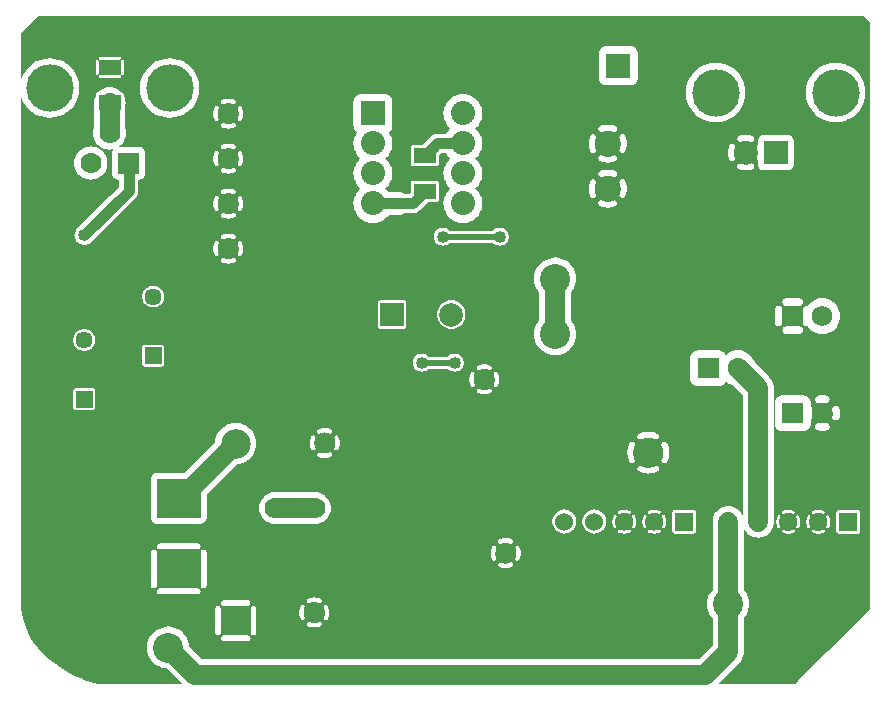
<source format=gbl>
G04 start of page 2 for group 8 layer_idx 1 *
G04 Title: (unknown), bottom_copper *
G04 Creator: pcb-rnd 2.2.1 *
G04 CreationDate: 2020-06-01 21:52:52 UTC *
G04 For:  *
G04 Format: Gerber/RS-274X *
G04 PCB-Dimensions: 500000 500000 *
G04 PCB-Coordinate-Origin: lower left *
%MOIN*%
%FSLAX25Y25*%
%LNBOTTOM_COPPER_NONE_8*%
%ADD54C,0.0374*%
%ADD53C,0.0295*%
%ADD52C,0.0420*%
%ADD51C,0.0276*%
%ADD50C,0.0394*%
%ADD49C,0.0790*%
%ADD48C,0.0256*%
%ADD47C,0.0984*%
%ADD46C,0.0800*%
%ADD45C,0.0689*%
%ADD44C,0.0600*%
%ADD43C,0.1000*%
%ADD42C,0.0787*%
%ADD41C,0.0866*%
%ADD40C,0.1580*%
%ADD39C,0.0700*%
%ADD38C,0.0571*%
%ADD37C,0.0400*%
%ADD36C,0.0650*%
%ADD35C,0.0200*%
%ADD34C,0.0350*%
%ADD33C,0.0001*%
G54D33*G36*
X316327Y273705D02*X316425Y273697D01*
X316817Y273728D01*
X316817Y273728D01*
X317200Y273820D01*
X317563Y273971D01*
X317899Y274176D01*
X318198Y274432D01*
X318454Y274731D01*
X318659Y275067D01*
X318758Y275304D01*
X319317Y274826D01*
X320115Y274337D01*
X320980Y273979D01*
X321305Y273901D01*
X324424Y270782D01*
Y230681D01*
X324366Y230820D01*
X323934Y231525D01*
X323397Y232153D01*
X322769Y232690D01*
X322064Y233122D01*
X321301Y233438D01*
X320497Y233631D01*
X319674Y233696D01*
X318850Y233631D01*
X318046Y233438D01*
X317283Y233122D01*
X316578Y232690D01*
X315950Y232153D01*
X315485Y231609D01*
Y273705D01*
X316327D01*
G37*
G36*
X367000Y395000D02*Y199500D01*
X359674Y192174D01*
Y224430D01*
X362634D01*
X362674Y224427D01*
X362830Y224439D01*
X362830Y224439D01*
X362983Y224476D01*
X363129Y224536D01*
X363263Y224618D01*
X363383Y224720D01*
X363485Y224840D01*
X363567Y224974D01*
X363628Y225120D01*
X363664Y225273D01*
X363677Y225430D01*
X363674Y225469D01*
Y231390D01*
X363677Y231430D01*
X363664Y231586D01*
X363664Y231587D01*
X363628Y231740D01*
X363567Y231885D01*
X363485Y232019D01*
X363383Y232139D01*
X363263Y232241D01*
X363129Y232323D01*
X362983Y232384D01*
X362830Y232420D01*
X362674Y232433D01*
X362634Y232430D01*
X359674D01*
Y362513D01*
X360008Y362652D01*
X361337Y363466D01*
X362522Y364478D01*
X363534Y365663D01*
X364348Y366992D01*
X364944Y368431D01*
X365308Y369947D01*
X365400Y371500D01*
X365308Y373053D01*
X364944Y374569D01*
X364348Y376008D01*
X363534Y377337D01*
X362522Y378522D01*
X361337Y379534D01*
X360008Y380348D01*
X359674Y380487D01*
Y397000D01*
X365000D01*
X367000Y395000D01*
G37*
G36*
X358569Y380944D02*X357053Y381308D01*
X355500Y381431D01*
X355485Y381429D01*
Y397000D01*
X359674D01*
Y380487D01*
X358569Y380944D01*
G37*
G36*
X355485Y187985D02*Y262227D01*
X355645Y262224D01*
X355840Y262251D01*
X356028Y262309D01*
X356205Y262395D01*
X356366Y262508D01*
X356507Y262645D01*
X356626Y262802D01*
X356718Y262975D01*
X356778Y263162D01*
X356907Y263750D01*
X356967Y264349D01*
Y264951D01*
X356907Y265550D01*
X356786Y266139D01*
X356722Y266326D01*
X356629Y266501D01*
X356511Y266658D01*
X356369Y266796D01*
X356207Y266909D01*
X356029Y266995D01*
X355841Y267053D01*
X355645Y267081D01*
X355485Y267078D01*
Y293097D01*
X355824Y293495D01*
X356313Y294293D01*
X356671Y295157D01*
X356890Y296067D01*
X356945Y297000D01*
X356890Y297933D01*
X356671Y298843D01*
X356313Y299707D01*
X355824Y300505D01*
X355485Y300903D01*
Y361571D01*
X355500Y361569D01*
X357053Y361692D01*
X358569Y362056D01*
X359674Y362513D01*
Y232430D01*
X356713D01*
X356674Y232433D01*
X356517Y232420D01*
X356517Y232420D01*
X356364Y232384D01*
X356218Y232323D01*
X356084Y232241D01*
X355964Y232139D01*
X355862Y232019D01*
X355780Y231885D01*
X355720Y231740D01*
X355683Y231587D01*
X355670Y231430D01*
X355674Y231390D01*
Y225469D01*
X355670Y225430D01*
X355683Y225273D01*
X355683Y225273D01*
X355720Y225120D01*
X355780Y224974D01*
X355862Y224840D01*
X355964Y224720D01*
X356084Y224618D01*
X356218Y224536D01*
X356364Y224476D01*
X356517Y224439D01*
X356674Y224427D01*
X356713Y224430D01*
X359674D01*
Y192174D01*
X355485Y187985D01*
G37*
G36*
Y397000D02*Y381429D01*
X353947Y381308D01*
X352431Y380944D01*
X350992Y380348D01*
X349663Y379534D01*
X348478Y378522D01*
X347466Y377337D01*
X346652Y376008D01*
X346056Y374569D01*
X345692Y373053D01*
X345569Y371500D01*
X345692Y369947D01*
X346056Y368431D01*
X346652Y366992D01*
X347466Y365663D01*
X348478Y364478D01*
X349663Y363466D01*
X350992Y362652D01*
X352431Y362056D01*
X353947Y361692D01*
X355485Y361571D01*
Y300903D01*
X355217Y301217D01*
X354505Y301824D01*
X353707Y302313D01*
X352843Y302671D01*
X351933Y302890D01*
X351000Y302963D01*
X350067Y302890D01*
X349157Y302671D01*
X348293Y302313D01*
X347495Y301824D01*
X346783Y301217D01*
X346176Y300505D01*
X346121Y300416D01*
X346049Y300433D01*
X345852Y300449D01*
X345656Y300433D01*
X345465Y300387D01*
X345283Y300312D01*
X345115Y300209D01*
X344966Y300082D01*
X344838Y299932D01*
X344735Y299764D01*
X344660Y299582D01*
X344614Y299391D01*
X344602Y299195D01*
Y300445D01*
X343353D01*
X343549Y300456D01*
X343740Y300502D01*
X343922Y300578D01*
X344089Y300680D01*
X344239Y300808D01*
X344367Y300958D01*
X344470Y301126D01*
X344545Y301307D01*
X344591Y301499D01*
X344606Y301695D01*
X344591Y301891D01*
X344545Y302082D01*
X344470Y302264D01*
X344367Y302432D01*
X344239Y302581D01*
X344089Y302709D01*
X343922Y302812D01*
X343740Y302887D01*
X343549Y302933D01*
X343352Y302945D01*
X338963D01*
X338766Y302933D01*
X338575Y302887D01*
X338393Y302812D01*
X338226Y302709D01*
X338076Y302581D01*
X337948Y302432D01*
X337845Y302264D01*
X337770Y302082D01*
X337724Y301891D01*
X337709Y301695D01*
X337724Y301499D01*
X337770Y301307D01*
X337845Y301126D01*
X337948Y300958D01*
X338076Y300808D01*
X338226Y300680D01*
X338393Y300578D01*
X338575Y300502D01*
X338766Y300456D01*
X338962Y300445D01*
X337713D01*
Y299195D01*
X337701Y299391D01*
X337655Y299582D01*
X337580Y299764D01*
X337477Y299932D01*
X337349Y300082D01*
X337200Y300209D01*
X337032Y300312D01*
X336850Y300387D01*
X336659Y300433D01*
X336463Y300449D01*
X336266Y300433D01*
X336075Y300387D01*
X335893Y300312D01*
X335726Y300209D01*
X335576Y300082D01*
X335448Y299932D01*
X335345Y299764D01*
X335270Y299582D01*
X335261Y299545D01*
Y345563D01*
X339359D01*
X339437Y345557D01*
X339751Y345582D01*
X339751Y345582D01*
X340057Y345655D01*
X340348Y345775D01*
X340616Y345940D01*
X340856Y346144D01*
X341060Y346384D01*
X341225Y346652D01*
X341345Y346943D01*
X341418Y347249D01*
X341443Y347563D01*
X341437Y347641D01*
Y355359D01*
X341443Y355437D01*
X341418Y355751D01*
X341418Y355751D01*
X341345Y356057D01*
X341225Y356348D01*
X341060Y356616D01*
X340856Y356856D01*
X340616Y357060D01*
X340348Y357225D01*
X340057Y357345D01*
X339751Y357418D01*
X339437Y357443D01*
X339359Y357437D01*
X335261D01*
Y397000D01*
X355485D01*
G37*
G36*
X352957Y185457D02*Y226298D01*
X352960Y226299D01*
X353029Y226339D01*
X353090Y226388D01*
X353143Y226446D01*
X353184Y226513D01*
X353348Y226838D01*
X353477Y227178D01*
X353575Y227528D01*
X353641Y227886D01*
X353674Y228248D01*
Y228611D01*
X353641Y228974D01*
X353575Y229331D01*
X353477Y229681D01*
X353348Y230021D01*
X353188Y230348D01*
X353145Y230415D01*
X353092Y230473D01*
X353030Y230523D01*
X352962Y230563D01*
X352957Y230564D01*
Y259107D01*
X353031Y259162D01*
X353168Y259304D01*
X353281Y259466D01*
X353368Y259643D01*
X353426Y259832D01*
X353453Y260027D01*
X353450Y260225D01*
X353416Y260419D01*
X353351Y260606D01*
X353259Y260780D01*
X353140Y260938D01*
X352998Y261075D01*
X352957Y261104D01*
Y268202D01*
X352995Y268228D01*
X353136Y268365D01*
X353255Y268522D01*
X353347Y268696D01*
X353411Y268882D01*
X353445Y269076D01*
X353449Y269272D01*
X353421Y269467D01*
X353364Y269655D01*
X353278Y269832D01*
X353165Y269993D01*
X353028Y270135D01*
X352957Y270188D01*
Y291376D01*
X353707Y291687D01*
X354505Y292176D01*
X355217Y292783D01*
X355485Y293097D01*
Y267078D01*
X355448Y267077D01*
X355253Y267043D01*
X355067Y266979D01*
X354892Y266886D01*
X354734Y266767D01*
X354597Y266625D01*
X354484Y266464D01*
X354397Y266286D01*
X354340Y266097D01*
X354312Y265902D01*
X354316Y265704D01*
X354354Y265511D01*
X354428Y265171D01*
X354463Y264824D01*
Y264476D01*
X354428Y264129D01*
X354358Y263788D01*
X354320Y263595D01*
X354317Y263399D01*
X354344Y263204D01*
X354402Y263016D01*
X354488Y262839D01*
X354601Y262678D01*
X354737Y262536D01*
X354895Y262418D01*
X355068Y262325D01*
X355254Y262261D01*
X355448Y262227D01*
X355485Y262227D01*
Y187985D01*
X352957Y185457D01*
G37*
G36*
X352871Y270253D02*X352697Y270345D01*
X352510Y270406D01*
X351922Y270534D01*
X351323Y270595D01*
X351025D01*
Y291039D01*
X351933Y291110D01*
X352843Y291329D01*
X352957Y291376D01*
Y270188D01*
X352871Y270253D01*
G37*
G36*
X352836Y261189D02*X352659Y261275D01*
X352470Y261333D01*
X352274Y261360D01*
X352077Y261357D01*
X351883Y261319D01*
X351543Y261245D01*
X351197Y261210D01*
X351025D01*
Y268090D01*
X351197D01*
X351543Y268055D01*
X351884Y267985D01*
X352077Y267947D01*
X352274Y267944D01*
X352469Y267971D01*
X352657Y268029D01*
X352834Y268115D01*
X352957Y268202D01*
Y261104D01*
X352836Y261189D01*
G37*
G36*
X351025Y183525D02*Y224664D01*
X351265Y224755D01*
X351592Y224915D01*
X351659Y224958D01*
X351717Y225011D01*
X351767Y225073D01*
X351807Y225141D01*
X351835Y225215D01*
X351851Y225293D01*
X351855Y225372D01*
X351847Y225451D01*
X351826Y225527D01*
X351793Y225599D01*
X351750Y225666D01*
X351697Y225724D01*
X351635Y225774D01*
X351567Y225814D01*
X351493Y225842D01*
X351415Y225858D01*
X351336Y225862D01*
X351257Y225854D01*
X351181Y225833D01*
X351109Y225799D01*
X351025Y225757D01*
Y231105D01*
X351111Y231063D01*
X351182Y231029D01*
X351258Y231009D01*
X351336Y231000D01*
X351415Y231004D01*
X351492Y231020D01*
X351565Y231049D01*
X351634Y231088D01*
X351695Y231137D01*
X351748Y231195D01*
X351791Y231261D01*
X351823Y231333D01*
X351843Y231409D01*
X351852Y231487D01*
X351848Y231566D01*
X351832Y231643D01*
X351804Y231717D01*
X351765Y231785D01*
X351715Y231846D01*
X351657Y231899D01*
X351590Y231941D01*
X351265Y232104D01*
X351025Y232195D01*
Y258705D01*
X351323D01*
X351922Y258766D01*
X352512Y258887D01*
X352699Y258950D01*
X352873Y259043D01*
X352957Y259107D01*
Y230564D01*
X352888Y230591D01*
X352810Y230607D01*
X352731Y230611D01*
X352653Y230603D01*
X352576Y230582D01*
X352504Y230550D01*
X352437Y230506D01*
X352379Y230453D01*
X352329Y230392D01*
X352290Y230323D01*
X352261Y230249D01*
X352245Y230171D01*
X352241Y230092D01*
X352250Y230014D01*
X352270Y229937D01*
X352304Y229866D01*
X352426Y229622D01*
X352523Y229368D01*
X352596Y229105D01*
X352646Y228837D01*
X352670Y228566D01*
Y228293D01*
X352646Y228022D01*
X352596Y227754D01*
X352523Y227492D01*
X352426Y227237D01*
X352307Y226992D01*
X352273Y226921D01*
X352253Y226845D01*
X352244Y226767D01*
X352248Y226688D01*
X352264Y226611D01*
X352292Y226538D01*
X352332Y226469D01*
X352381Y226408D01*
X352439Y226355D01*
X352505Y226312D01*
X352577Y226280D01*
X352653Y226260D01*
X352731Y226251D01*
X352810Y226255D01*
X352887Y226271D01*
X352957Y226298D01*
Y185457D01*
X351025Y183525D01*
G37*
G36*
X346390Y178890D02*Y226295D01*
X346459Y226268D01*
X346537Y226252D01*
X346616Y226248D01*
X346695Y226257D01*
X346771Y226277D01*
X346843Y226310D01*
X346910Y226353D01*
X346968Y226406D01*
X347018Y226468D01*
X347057Y226536D01*
X347086Y226610D01*
X347102Y226688D01*
X347106Y226767D01*
X347097Y226846D01*
X347077Y226922D01*
X347043Y226994D01*
X346921Y227237D01*
X346824Y227492D01*
X346751Y227754D01*
X346701Y228022D01*
X346677Y228293D01*
Y228566D01*
X346701Y228837D01*
X346751Y229105D01*
X346824Y229368D01*
X346921Y229622D01*
X347040Y229867D01*
X347074Y229938D01*
X347094Y230014D01*
X347103Y230092D01*
X347099Y230171D01*
X347083Y230248D01*
X347055Y230322D01*
X347015Y230390D01*
X346966Y230451D01*
X346908Y230504D01*
X346842Y230547D01*
X346770Y230579D01*
X346694Y230600D01*
X346616Y230608D01*
X346537Y230604D01*
X346460Y230588D01*
X346390Y230561D01*
Y259425D01*
X346398Y259432D01*
X346654Y259731D01*
X346859Y260067D01*
X347010Y260430D01*
X347102Y260813D01*
X347133Y261205D01*
X347125Y261303D01*
Y262399D01*
X347153Y262414D01*
X347311Y262533D01*
X347448Y262675D01*
X347561Y262836D01*
X347648Y263014D01*
X347705Y263203D01*
X347733Y263398D01*
X347729Y263596D01*
X347691Y263789D01*
X347617Y264129D01*
X347582Y264476D01*
Y264824D01*
X347617Y265171D01*
X347687Y265512D01*
X347725Y265705D01*
X347728Y265901D01*
X347701Y266096D01*
X347644Y266284D01*
X347557Y266461D01*
X347444Y266622D01*
X347308Y266764D01*
X347150Y266882D01*
X347125Y266896D01*
Y267997D01*
X347133Y268095D01*
X347102Y268487D01*
X347102Y268487D01*
X347010Y268870D01*
X346859Y269233D01*
X346654Y269569D01*
X346398Y269868D01*
X346390Y269875D01*
Y293244D01*
X346783Y292783D01*
X347495Y292176D01*
X348293Y291687D01*
X349157Y291329D01*
X350067Y291110D01*
X351000Y291037D01*
X351025Y291039D01*
Y270595D01*
X350722D01*
X350123Y270534D01*
X349533Y270413D01*
X349346Y270350D01*
X349172Y270257D01*
X349014Y270138D01*
X348877Y269996D01*
X348764Y269834D01*
X348677Y269657D01*
X348619Y269468D01*
X348592Y269273D01*
X348595Y269075D01*
X348630Y268881D01*
X348694Y268694D01*
X348786Y268520D01*
X348905Y268362D01*
X349047Y268225D01*
X349209Y268111D01*
X349386Y268025D01*
X349575Y267967D01*
X349771Y267940D01*
X349968Y267943D01*
X350162Y267981D01*
X350502Y268055D01*
X350848Y268090D01*
X351025D01*
Y261210D01*
X350848D01*
X350502Y261245D01*
X350161Y261315D01*
X349968Y261353D01*
X349771Y261356D01*
X349576Y261329D01*
X349388Y261271D01*
X349211Y261185D01*
X349050Y261072D01*
X348909Y260935D01*
X348790Y260778D01*
X348698Y260604D01*
X348634Y260418D01*
X348600Y260224D01*
X348596Y260028D01*
X348624Y259833D01*
X348681Y259645D01*
X348768Y259468D01*
X348880Y259307D01*
X349017Y259165D01*
X349174Y259047D01*
X349348Y258955D01*
X349535Y258894D01*
X350123Y258766D01*
X350722Y258705D01*
X351025D01*
Y232195D01*
X350925Y232233D01*
X350575Y232331D01*
X350218Y232397D01*
X349855Y232430D01*
X349492D01*
X349130Y232397D01*
X348772Y232331D01*
X348422Y232233D01*
X348082Y232104D01*
X347755Y231944D01*
X347688Y231901D01*
X347630Y231848D01*
X347580Y231787D01*
X347541Y231718D01*
X347512Y231644D01*
X347496Y231566D01*
X347492Y231487D01*
X347501Y231409D01*
X347521Y231332D01*
X347554Y231260D01*
X347597Y231194D01*
X347650Y231135D01*
X347712Y231085D01*
X347780Y231046D01*
X347854Y231017D01*
X347932Y231001D01*
X348011Y230997D01*
X348090Y231006D01*
X348166Y231026D01*
X348238Y231060D01*
X348481Y231182D01*
X348736Y231279D01*
X348998Y231353D01*
X349266Y231402D01*
X349537Y231427D01*
X349810D01*
X350081Y231402D01*
X350349Y231353D01*
X350611Y231279D01*
X350866Y231182D01*
X351025Y231105D01*
Y225757D01*
X350866Y225677D01*
X350611Y225580D01*
X350349Y225507D01*
X350081Y225457D01*
X349810Y225433D01*
X349537D01*
X349266Y225457D01*
X348998Y225507D01*
X348736Y225580D01*
X348481Y225677D01*
X348236Y225796D01*
X348165Y225830D01*
X348089Y225850D01*
X348011Y225859D01*
X347932Y225855D01*
X347855Y225839D01*
X347782Y225811D01*
X347713Y225772D01*
X347652Y225722D01*
X347599Y225664D01*
X347556Y225598D01*
X347524Y225526D01*
X347504Y225450D01*
X347495Y225372D01*
X347499Y225293D01*
X347515Y225216D01*
X347543Y225143D01*
X347583Y225074D01*
X347632Y225013D01*
X347690Y224960D01*
X347757Y224919D01*
X348082Y224755D01*
X348422Y224626D01*
X348772Y224528D01*
X349130Y224463D01*
X349492Y224430D01*
X349855D01*
X350218Y224463D01*
X350575Y224528D01*
X350925Y224626D01*
X351025Y224664D01*
Y183525D01*
X346390Y178890D01*
G37*
G36*
X346099Y270124D02*X345763Y270329D01*
X345400Y270480D01*
X345017Y270572D01*
X344625Y270603D01*
X344527Y270595D01*
X337833D01*
X337735Y270603D01*
X337343Y270572D01*
X337343Y270572D01*
X336960Y270480D01*
X336597Y270329D01*
X336261Y270124D01*
X335962Y269868D01*
X335706Y269569D01*
X335501Y269233D01*
X335350Y268870D01*
X335261Y268499D01*
Y294455D01*
X335270Y294418D01*
X335345Y294236D01*
X335448Y294068D01*
X335576Y293918D01*
X335726Y293791D01*
X335893Y293688D01*
X336075Y293613D01*
X336266Y293567D01*
X336463Y293551D01*
X336659Y293567D01*
X336850Y293613D01*
X337032Y293688D01*
X337200Y293791D01*
X337349Y293918D01*
X337477Y294068D01*
X337580Y294236D01*
X337655Y294418D01*
X337701Y294609D01*
X337713Y294805D01*
Y293555D01*
X338962D01*
X338766Y293544D01*
X338575Y293498D01*
X338393Y293422D01*
X338226Y293320D01*
X338076Y293192D01*
X337948Y293042D01*
X337845Y292874D01*
X337770Y292693D01*
X337724Y292501D01*
X337709Y292305D01*
X337724Y292109D01*
X337770Y291918D01*
X337845Y291736D01*
X337948Y291568D01*
X338076Y291419D01*
X338226Y291291D01*
X338393Y291188D01*
X338575Y291113D01*
X338766Y291067D01*
X338963Y291055D01*
X343352D01*
X343549Y291067D01*
X343740Y291113D01*
X343922Y291188D01*
X344089Y291291D01*
X344239Y291419D01*
X344367Y291568D01*
X344470Y291736D01*
X344545Y291918D01*
X344591Y292109D01*
X344606Y292305D01*
X344591Y292501D01*
X344545Y292693D01*
X344470Y292874D01*
X344367Y293042D01*
X344239Y293192D01*
X344089Y293320D01*
X343922Y293422D01*
X343740Y293498D01*
X343549Y293544D01*
X343353Y293555D01*
X344602D01*
Y294805D01*
X344614Y294609D01*
X344660Y294418D01*
X344735Y294236D01*
X344838Y294068D01*
X344966Y293918D01*
X345115Y293791D01*
X345283Y293688D01*
X345465Y293613D01*
X345656Y293567D01*
X345852Y293551D01*
X346049Y293567D01*
X346121Y293584D01*
X346176Y293495D01*
X346390Y293244D01*
Y269875D01*
X346099Y270124D01*
G37*
G36*
X342957Y175457D02*Y226298D01*
X342960Y226299D01*
X343029Y226339D01*
X343090Y226388D01*
X343143Y226446D01*
X343184Y226513D01*
X343348Y226838D01*
X343477Y227178D01*
X343575Y227528D01*
X343641Y227886D01*
X343674Y228248D01*
Y228611D01*
X343641Y228974D01*
X343575Y229331D01*
X343477Y229681D01*
X343348Y230021D01*
X343188Y230348D01*
X343145Y230415D01*
X343092Y230473D01*
X343030Y230523D01*
X342962Y230563D01*
X342957Y230564D01*
Y258705D01*
X344527D01*
X344625Y258697D01*
X345017Y258728D01*
X345017Y258728D01*
X345400Y258820D01*
X345763Y258971D01*
X346099Y259176D01*
X346390Y259425D01*
Y230561D01*
X346387Y230560D01*
X346318Y230521D01*
X346257Y230471D01*
X346204Y230413D01*
X346163Y230346D01*
X345999Y230021D01*
X345870Y229681D01*
X345772Y229331D01*
X345707Y228974D01*
X345674Y228611D01*
Y228248D01*
X345707Y227886D01*
X345772Y227528D01*
X345870Y227178D01*
X345999Y226838D01*
X346159Y226511D01*
X346202Y226444D01*
X346255Y226386D01*
X346317Y226336D01*
X346385Y226297D01*
X346390Y226295D01*
Y178890D01*
X342957Y175457D01*
G37*
G36*
X342000Y174500D02*X339675D01*
Y224430D01*
X339855D01*
X340218Y224463D01*
X340575Y224528D01*
X340925Y224626D01*
X341265Y224755D01*
X341592Y224915D01*
X341659Y224958D01*
X341717Y225011D01*
X341767Y225073D01*
X341807Y225141D01*
X341835Y225215D01*
X341851Y225293D01*
X341855Y225372D01*
X341847Y225451D01*
X341826Y225527D01*
X341793Y225599D01*
X341750Y225666D01*
X341697Y225724D01*
X341635Y225774D01*
X341567Y225814D01*
X341493Y225842D01*
X341415Y225858D01*
X341336Y225862D01*
X341257Y225854D01*
X341181Y225833D01*
X341109Y225799D01*
X340866Y225677D01*
X340611Y225580D01*
X340349Y225507D01*
X340081Y225457D01*
X339810Y225433D01*
X339675D01*
Y231427D01*
X339810D01*
X340081Y231402D01*
X340349Y231353D01*
X340611Y231279D01*
X340866Y231182D01*
X341111Y231063D01*
X341182Y231029D01*
X341258Y231009D01*
X341336Y231000D01*
X341415Y231004D01*
X341492Y231020D01*
X341565Y231049D01*
X341634Y231088D01*
X341695Y231137D01*
X341748Y231195D01*
X341791Y231261D01*
X341823Y231333D01*
X341843Y231409D01*
X341852Y231487D01*
X341848Y231566D01*
X341832Y231643D01*
X341804Y231717D01*
X341765Y231785D01*
X341715Y231846D01*
X341657Y231899D01*
X341590Y231941D01*
X341265Y232104D01*
X340925Y232233D01*
X340575Y232331D01*
X340218Y232397D01*
X339855Y232430D01*
X339675D01*
Y258705D01*
X342957D01*
Y230564D01*
X342888Y230591D01*
X342810Y230607D01*
X342731Y230611D01*
X342653Y230603D01*
X342576Y230582D01*
X342504Y230550D01*
X342437Y230506D01*
X342379Y230453D01*
X342329Y230392D01*
X342290Y230323D01*
X342261Y230249D01*
X342245Y230171D01*
X342241Y230092D01*
X342250Y230014D01*
X342270Y229937D01*
X342304Y229866D01*
X342426Y229622D01*
X342523Y229368D01*
X342596Y229105D01*
X342646Y228837D01*
X342670Y228566D01*
Y228293D01*
X342646Y228022D01*
X342596Y227754D01*
X342523Y227492D01*
X342426Y227237D01*
X342307Y226992D01*
X342273Y226921D01*
X342253Y226845D01*
X342244Y226767D01*
X342248Y226688D01*
X342264Y226611D01*
X342292Y226538D01*
X342332Y226469D01*
X342381Y226408D01*
X342439Y226355D01*
X342505Y226312D01*
X342577Y226280D01*
X342653Y226260D01*
X342731Y226251D01*
X342810Y226255D01*
X342887Y226271D01*
X342957Y226298D01*
Y175457D01*
X342000Y174500D01*
G37*
G36*
X336390D02*Y226295D01*
X336459Y226268D01*
X336537Y226252D01*
X336616Y226248D01*
X336695Y226257D01*
X336771Y226277D01*
X336843Y226310D01*
X336910Y226353D01*
X336968Y226406D01*
X337018Y226468D01*
X337057Y226536D01*
X337086Y226610D01*
X337102Y226688D01*
X337106Y226767D01*
X337097Y226846D01*
X337077Y226922D01*
X337043Y226994D01*
X336921Y227237D01*
X336824Y227492D01*
X336751Y227754D01*
X336701Y228022D01*
X336677Y228293D01*
Y228566D01*
X336701Y228837D01*
X336751Y229105D01*
X336824Y229368D01*
X336921Y229622D01*
X337040Y229867D01*
X337074Y229938D01*
X337094Y230014D01*
X337103Y230092D01*
X337099Y230171D01*
X337083Y230248D01*
X337055Y230322D01*
X337015Y230390D01*
X336966Y230451D01*
X336908Y230504D01*
X336842Y230547D01*
X336770Y230579D01*
X336694Y230600D01*
X336616Y230608D01*
X336537Y230604D01*
X336460Y230588D01*
X336390Y230561D01*
Y259098D01*
X336597Y258971D01*
X336960Y258820D01*
X337343Y258728D01*
X337735Y258697D01*
X337833Y258705D01*
X339675D01*
Y232430D01*
X339492D01*
X339130Y232397D01*
X338772Y232331D01*
X338422Y232233D01*
X338082Y232104D01*
X337755Y231944D01*
X337688Y231901D01*
X337630Y231848D01*
X337580Y231787D01*
X337541Y231718D01*
X337512Y231644D01*
X337496Y231566D01*
X337492Y231487D01*
X337501Y231409D01*
X337521Y231332D01*
X337554Y231260D01*
X337597Y231194D01*
X337650Y231135D01*
X337712Y231085D01*
X337780Y231046D01*
X337854Y231017D01*
X337932Y231001D01*
X338011Y230997D01*
X338090Y231006D01*
X338166Y231026D01*
X338238Y231060D01*
X338481Y231182D01*
X338736Y231279D01*
X338998Y231353D01*
X339266Y231402D01*
X339537Y231427D01*
X339675D01*
Y225433D01*
X339537D01*
X339266Y225457D01*
X338998Y225507D01*
X338736Y225580D01*
X338481Y225677D01*
X338236Y225796D01*
X338165Y225830D01*
X338089Y225850D01*
X338011Y225859D01*
X337932Y225855D01*
X337855Y225839D01*
X337782Y225811D01*
X337713Y225772D01*
X337652Y225722D01*
X337599Y225664D01*
X337556Y225598D01*
X337524Y225526D01*
X337504Y225450D01*
X337495Y225372D01*
X337499Y225293D01*
X337515Y225216D01*
X337543Y225143D01*
X337583Y225074D01*
X337632Y225013D01*
X337690Y224960D01*
X337757Y224919D01*
X338082Y224755D01*
X338422Y224626D01*
X338772Y224528D01*
X339130Y224463D01*
X339492Y224430D01*
X339675D01*
Y174500D01*
X336390D01*
G37*
G36*
X335261D02*Y260801D01*
X335350Y260430D01*
X335501Y260067D01*
X335706Y259731D01*
X335962Y259432D01*
X336261Y259176D01*
X336390Y259098D01*
Y230561D01*
X336387Y230560D01*
X336318Y230521D01*
X336257Y230471D01*
X336204Y230413D01*
X336163Y230346D01*
X335999Y230021D01*
X335870Y229681D01*
X335772Y229331D01*
X335707Y228974D01*
X335674Y228611D01*
Y228248D01*
X335707Y227886D01*
X335772Y227528D01*
X335870Y227178D01*
X335999Y226838D01*
X336159Y226511D01*
X336202Y226444D01*
X336255Y226386D01*
X336317Y226336D01*
X336385Y226297D01*
X336390Y226295D01*
Y174500D01*
X335261D01*
G37*
G36*
X325502D02*Y197144D01*
X325930Y197842D01*
X326351Y198860D01*
X326609Y199931D01*
X326674Y201030D01*
X326609Y202128D01*
X326351Y203199D01*
X325930Y204217D01*
X325502Y204915D01*
Y225230D01*
X325950Y224706D01*
X326578Y224169D01*
X327283Y223737D01*
X328046Y223421D01*
X328850Y223228D01*
X329674Y223163D01*
X330497Y223228D01*
X331301Y223421D01*
X332064Y223737D01*
X332769Y224169D01*
X333397Y224706D01*
X333934Y225334D01*
X334366Y226039D01*
X334682Y226802D01*
X334875Y227606D01*
X334924Y228430D01*
Y272751D01*
X334940Y272956D01*
X334875Y273780D01*
X334875Y273780D01*
X334719Y274428D01*
X334682Y274584D01*
X334589Y274807D01*
X334366Y275347D01*
X333934Y276052D01*
X333397Y276680D01*
X333240Y276814D01*
X328446Y281609D01*
X328136Y282357D01*
X327647Y283155D01*
X327039Y283867D01*
X326328Y284474D01*
X325530Y284963D01*
X325502Y284975D01*
Y345556D01*
X326064Y345583D01*
X326623Y345663D01*
X327172Y345796D01*
X327706Y345981D01*
X327848Y346050D01*
X327977Y346142D01*
X328091Y346252D01*
X328185Y346379D01*
X328259Y346519D01*
X328309Y346668D01*
X328336Y346824D01*
X328338Y346982D01*
X328315Y347139D01*
X328268Y347290D01*
X328198Y347431D01*
X328107Y347561D01*
X327996Y347674D01*
X327870Y347768D01*
X327730Y347842D01*
X327580Y347892D01*
X327424Y347919D01*
X327266Y347921D01*
X327110Y347898D01*
X326960Y347848D01*
X326608Y347722D01*
X326244Y347634D01*
X325874Y347581D01*
X325502Y347563D01*
Y355437D01*
X325874Y355419D01*
X326244Y355366D01*
X326608Y355278D01*
X326961Y355156D01*
X327111Y355106D01*
X327266Y355083D01*
X327424Y355085D01*
X327579Y355112D01*
X327728Y355162D01*
X327867Y355236D01*
X327993Y355330D01*
X328103Y355442D01*
X328194Y355571D01*
X328264Y355712D01*
X328311Y355862D01*
X328333Y356018D01*
X328332Y356175D01*
X328305Y356331D01*
X328254Y356480D01*
X328181Y356619D01*
X328087Y356745D01*
X327975Y356855D01*
X327846Y356946D01*
X327704Y357013D01*
X327172Y357204D01*
X326623Y357337D01*
X326064Y357417D01*
X325502Y357444D01*
Y397000D01*
X335261D01*
Y357437D01*
X331641D01*
X331563Y357443D01*
X331249Y357418D01*
X331249Y357418D01*
X330943Y357345D01*
X330652Y357225D01*
X330384Y357060D01*
X330144Y356856D01*
X329940Y356616D01*
X329775Y356348D01*
X329655Y356057D01*
X329582Y355751D01*
X329557Y355437D01*
X329563Y355359D01*
Y354194D01*
X329439Y354107D01*
X329326Y353996D01*
X329232Y353870D01*
X329158Y353730D01*
X329108Y353580D01*
X329081Y353424D01*
X329079Y353266D01*
X329102Y353110D01*
X329152Y352960D01*
X329278Y352608D01*
X329366Y352244D01*
X329419Y351874D01*
X329437Y351500D01*
X329419Y351126D01*
X329366Y350756D01*
X329278Y350392D01*
X329156Y350039D01*
X329106Y349889D01*
X329083Y349734D01*
X329085Y349576D01*
X329112Y349421D01*
X329162Y349272D01*
X329236Y349133D01*
X329330Y349007D01*
X329442Y348897D01*
X329563Y348811D01*
Y347641D01*
X329557Y347563D01*
X329582Y347249D01*
X329582Y347249D01*
X329655Y346943D01*
X329775Y346652D01*
X329940Y346384D01*
X330144Y346144D01*
X330384Y345940D01*
X330652Y345775D01*
X330943Y345655D01*
X331249Y345582D01*
X331563Y345557D01*
X331641Y345563D01*
X335261D01*
Y299545D01*
X335224Y299391D01*
X335213Y299195D01*
Y294805D01*
X335224Y294609D01*
X335261Y294455D01*
Y268499D01*
X335258Y268487D01*
X335227Y268095D01*
X335235Y267997D01*
Y261303D01*
X335227Y261205D01*
X335258Y260813D01*
X335258Y260813D01*
X335261Y260801D01*
Y174500D01*
X325502D01*
G37*
G36*
X324665Y285321D02*X323755Y285540D01*
X322823Y285613D01*
X321890Y285540D01*
X320980Y285321D01*
X320739Y285221D01*
Y348679D01*
X320824Y348664D01*
X320982Y348662D01*
X321139Y348685D01*
X321290Y348732D01*
X321431Y348802D01*
X321561Y348893D01*
X321674Y349004D01*
X321768Y349130D01*
X321842Y349270D01*
X321892Y349420D01*
X321919Y349576D01*
X321921Y349734D01*
X321898Y349890D01*
X321848Y350040D01*
X321722Y350392D01*
X321634Y350756D01*
X321581Y351126D01*
X321563Y351500D01*
X321581Y351874D01*
X321634Y352244D01*
X321722Y352608D01*
X321844Y352961D01*
X321894Y353111D01*
X321917Y353266D01*
X321915Y353424D01*
X321888Y353579D01*
X321838Y353728D01*
X321764Y353867D01*
X321670Y353993D01*
X321558Y354103D01*
X321429Y354194D01*
X321288Y354264D01*
X321138Y354311D01*
X320982Y354333D01*
X320825Y354332D01*
X320739Y354317D01*
Y363099D01*
X321337Y363466D01*
X322522Y364478D01*
X323534Y365663D01*
X324348Y366992D01*
X324944Y368431D01*
X325308Y369947D01*
X325400Y371500D01*
X325308Y373053D01*
X324944Y374569D01*
X324348Y376008D01*
X323534Y377337D01*
X322522Y378522D01*
X321337Y379534D01*
X320739Y379901D01*
Y397000D01*
X325502D01*
Y357444D01*
X325500Y357444D01*
X324936Y357417D01*
X324377Y357337D01*
X323828Y357204D01*
X323294Y357019D01*
X323152Y356950D01*
X323023Y356858D01*
X322909Y356748D01*
X322815Y356621D01*
X322741Y356481D01*
X322691Y356332D01*
X322664Y356176D01*
X322662Y356018D01*
X322685Y355861D01*
X322732Y355710D01*
X322802Y355569D01*
X322893Y355439D01*
X323004Y355326D01*
X323130Y355232D01*
X323270Y355158D01*
X323420Y355108D01*
X323576Y355081D01*
X323734Y355079D01*
X323890Y355102D01*
X324040Y355152D01*
X324392Y355278D01*
X324756Y355366D01*
X325126Y355419D01*
X325500Y355437D01*
X325502Y355437D01*
Y347563D01*
X325500Y347563D01*
X325126Y347581D01*
X324756Y347634D01*
X324392Y347722D01*
X324039Y347844D01*
X323889Y347894D01*
X323734Y347917D01*
X323576Y347915D01*
X323421Y347888D01*
X323272Y347838D01*
X323133Y347764D01*
X323007Y347670D01*
X322897Y347558D01*
X322806Y347429D01*
X322736Y347288D01*
X322689Y347138D01*
X322667Y346982D01*
X322668Y346825D01*
X322695Y346669D01*
X322746Y346520D01*
X322819Y346381D01*
X322913Y346255D01*
X323025Y346145D01*
X323154Y346054D01*
X323296Y345987D01*
X323828Y345796D01*
X324377Y345663D01*
X324936Y345583D01*
X325500Y345556D01*
X325502Y345556D01*
Y284975D01*
X324665Y285321D01*
G37*
G36*
X320008Y380348D02*X318569Y380944D01*
X317053Y381308D01*
X315500Y381431D01*
X315485Y381429D01*
Y397000D01*
X320739D01*
Y379901D01*
X320008Y380348D01*
G37*
G36*
X320115Y284963D02*X319317Y284474D01*
X318758Y283996D01*
X318659Y284233D01*
X318454Y284569D01*
X318198Y284868D01*
X317899Y285124D01*
X317563Y285329D01*
X317200Y285480D01*
X316817Y285572D01*
X316425Y285603D01*
X316327Y285595D01*
X315485D01*
Y361571D01*
X315500Y361569D01*
X317053Y361692D01*
X318569Y362056D01*
X320008Y362652D01*
X320739Y363099D01*
Y354317D01*
X320669Y354305D01*
X320520Y354254D01*
X320381Y354181D01*
X320255Y354087D01*
X320145Y353975D01*
X320054Y353846D01*
X319987Y353704D01*
X319796Y353172D01*
X319663Y352623D01*
X319583Y352064D01*
X319556Y351500D01*
X319583Y350936D01*
X319663Y350377D01*
X319796Y349828D01*
X319981Y349294D01*
X320050Y349152D01*
X320142Y349023D01*
X320252Y348909D01*
X320379Y348815D01*
X320519Y348741D01*
X320668Y348691D01*
X320739Y348679D01*
Y285221D01*
X320115Y284963D01*
G37*
G36*
X325354Y205157D02*X324924Y205661D01*
Y226178D01*
X324981Y226039D01*
X325413Y225334D01*
X325502Y225230D01*
Y204915D01*
X325354Y205157D01*
G37*
G36*
X316425Y174500D02*X323240Y181316D01*
X323397Y181450D01*
X323934Y182078D01*
X324366Y182783D01*
X324682Y183546D01*
X324875Y184350D01*
X324940Y185174D01*
X324924Y185379D01*
Y196398D01*
X325354Y196902D01*
X325502Y197144D01*
Y174500D01*
X316425D01*
G37*
G36*
X309633Y285595D02*X309535Y285603D01*
X309143Y285572D01*
X309143Y285572D01*
X308760Y285480D01*
X308397Y285329D01*
X308061Y285124D01*
X307762Y284868D01*
X307506Y284569D01*
X307301Y284233D01*
X307150Y283870D01*
X307058Y283487D01*
X307027Y283095D01*
X307035Y282997D01*
Y276303D01*
X307027Y276205D01*
X307058Y275813D01*
X307058Y275813D01*
X307150Y275430D01*
X307301Y275067D01*
X307506Y274731D01*
X307762Y274432D01*
X308061Y274176D01*
X308397Y273971D01*
X308760Y273820D01*
X309143Y273728D01*
X309535Y273697D01*
X309633Y273705D01*
X315485D01*
Y231609D01*
X315413Y231525D01*
X314981Y230820D01*
X314665Y230057D01*
X314472Y229253D01*
X314424Y228430D01*
Y205661D01*
X313993Y205157D01*
X313417Y204217D01*
X312996Y203199D01*
X312738Y202128D01*
X312652Y201030D01*
X312738Y199931D01*
X312996Y198860D01*
X313417Y197842D01*
X313993Y196902D01*
X314424Y196398D01*
Y187348D01*
X309825Y182750D01*
X305000D01*
Y224500D01*
X307961D01*
X308000Y224497D01*
X308157Y224509D01*
X308157Y224509D01*
X308310Y224546D01*
X308455Y224606D01*
X308590Y224688D01*
X308709Y224791D01*
X308812Y224910D01*
X308894Y225045D01*
X308954Y225190D01*
X308991Y225343D01*
X309003Y225500D01*
X309000Y225539D01*
Y231461D01*
X309003Y231500D01*
X308991Y231657D01*
X308991Y231657D01*
X308954Y231810D01*
X308894Y231955D01*
X308812Y232090D01*
X308709Y232209D01*
X308590Y232312D01*
X308455Y232394D01*
X308310Y232454D01*
X308157Y232491D01*
X308000Y232503D01*
X307961Y232500D01*
X305000D01*
Y397000D01*
X315485D01*
Y381429D01*
X313947Y381308D01*
X312431Y380944D01*
X310992Y380348D01*
X309663Y379534D01*
X308478Y378522D01*
X307466Y377337D01*
X306652Y376008D01*
X306056Y374569D01*
X305692Y373053D01*
X305569Y371500D01*
X305692Y369947D01*
X306056Y368431D01*
X306652Y366992D01*
X307466Y365663D01*
X308478Y364478D01*
X309663Y363466D01*
X310992Y362652D01*
X312431Y362056D01*
X313947Y361692D01*
X315485Y361571D01*
Y285595D01*
X309633D01*
G37*
G36*
X298698Y182750D02*Y226972D01*
X298803Y227248D01*
X298901Y227598D01*
X298967Y227956D01*
X299000Y228318D01*
Y228682D01*
X298967Y229044D01*
X298901Y229402D01*
X298803Y229752D01*
X298698Y230028D01*
Y247924D01*
X298725Y247931D01*
X298870Y247994D01*
X299002Y248079D01*
X299120Y248184D01*
X299220Y248305D01*
X299297Y248442D01*
X299554Y249021D01*
X299751Y249623D01*
X299893Y250240D01*
X299979Y250867D01*
X300007Y251500D01*
X299979Y252133D01*
X299893Y252760D01*
X299751Y253377D01*
X299554Y253979D01*
X299303Y254561D01*
X299224Y254698D01*
X299124Y254820D01*
X299005Y254925D01*
X298872Y255010D01*
X298727Y255074D01*
X298698Y255081D01*
Y397000D01*
X305000D01*
Y232500D01*
X302039D01*
X302000Y232503D01*
X301843Y232491D01*
X301843Y232491D01*
X301690Y232454D01*
X301545Y232394D01*
X301410Y232312D01*
X301291Y232209D01*
X301188Y232090D01*
X301106Y231955D01*
X301046Y231810D01*
X301009Y231657D01*
X300997Y231500D01*
X301000Y231461D01*
Y225539D01*
X300997Y225500D01*
X301009Y225343D01*
X301009Y225343D01*
X301046Y225190D01*
X301106Y225045D01*
X301188Y224910D01*
X301291Y224791D01*
X301410Y224688D01*
X301545Y224606D01*
X301690Y224546D01*
X301843Y224509D01*
X302000Y224497D01*
X302039Y224500D01*
X305000D01*
Y182750D01*
X298698D01*
G37*
G36*
X293003D02*Y225044D01*
X293017Y225031D01*
X293083Y224989D01*
X293408Y224826D01*
X293748Y224697D01*
X294098Y224599D01*
X294456Y224533D01*
X294818Y224500D01*
X295182D01*
X295544Y224533D01*
X295902Y224599D01*
X296252Y224697D01*
X296592Y224826D01*
X296919Y224985D01*
X296985Y225028D01*
X297044Y225081D01*
X297094Y225143D01*
X297133Y225212D01*
X297161Y225286D01*
X297178Y225363D01*
X297181Y225442D01*
X297173Y225521D01*
X297152Y225597D01*
X297120Y225670D01*
X297077Y225736D01*
X297024Y225795D01*
X296962Y225844D01*
X296893Y225884D01*
X296819Y225912D01*
X296742Y225928D01*
X296663Y225932D01*
X296584Y225924D01*
X296507Y225903D01*
X296436Y225870D01*
X296193Y225747D01*
X295938Y225650D01*
X295676Y225577D01*
X295408Y225528D01*
X295136Y225503D01*
X294864D01*
X294592Y225528D01*
X294324Y225577D01*
X294062Y225650D01*
X293807Y225747D01*
X293563Y225867D01*
X293491Y225900D01*
X293415Y225921D01*
X293337Y225929D01*
X293259Y225925D01*
X293182Y225909D01*
X293108Y225881D01*
X293040Y225842D01*
X293003Y225812D01*
Y231184D01*
X293038Y231156D01*
X293107Y231116D01*
X293181Y231088D01*
X293258Y231072D01*
X293337Y231068D01*
X293416Y231076D01*
X293493Y231097D01*
X293564Y231130D01*
X293807Y231253D01*
X294062Y231350D01*
X294324Y231423D01*
X294592Y231472D01*
X294864Y231497D01*
X295136D01*
X295408Y231472D01*
X295676Y231423D01*
X295938Y231350D01*
X296193Y231253D01*
X296437Y231133D01*
X296509Y231100D01*
X296585Y231079D01*
X296663Y231071D01*
X296741Y231075D01*
X296818Y231091D01*
X296892Y231119D01*
X296960Y231158D01*
X297021Y231207D01*
X297074Y231266D01*
X297117Y231332D01*
X297149Y231404D01*
X297170Y231480D01*
X297178Y231558D01*
X297174Y231636D01*
X297158Y231713D01*
X297130Y231787D01*
X297091Y231855D01*
X297042Y231916D01*
X296983Y231969D01*
X296917Y232011D01*
X296592Y232174D01*
X296252Y232303D01*
X295902Y232401D01*
X295544Y232467D01*
X295182Y232500D01*
X294818D01*
X294456Y232467D01*
X294098Y232401D01*
X293748Y232303D01*
X293408Y232174D01*
X293081Y232015D01*
X293015Y231972D01*
X293003Y231961D01*
Y244493D01*
X293633Y244521D01*
X294260Y244607D01*
X294877Y244749D01*
X295479Y244946D01*
X296061Y245197D01*
X296198Y245276D01*
X296320Y245376D01*
X296425Y245495D01*
X296510Y245628D01*
X296574Y245773D01*
X296614Y245926D01*
X296629Y246083D01*
X296620Y246241D01*
X296586Y246396D01*
X296528Y246543D01*
X296448Y246680D01*
X296347Y246802D01*
X296229Y246907D01*
X296096Y246992D01*
X295951Y247055D01*
X295798Y247095D01*
X295640Y247111D01*
X295482Y247101D01*
X295328Y247067D01*
X295182Y247007D01*
X294769Y246823D01*
X294340Y246683D01*
X293899Y246582D01*
X293451Y246520D01*
X293003Y246500D01*
Y256500D01*
X293451Y256480D01*
X293899Y256418D01*
X294340Y256317D01*
X294769Y256177D01*
X295184Y255998D01*
X295329Y255938D01*
X295483Y255904D01*
X295640Y255894D01*
X295797Y255910D01*
X295949Y255949D01*
X296093Y256012D01*
X296226Y256097D01*
X296344Y256202D01*
X296444Y256323D01*
X296523Y256459D01*
X296581Y256606D01*
X296614Y256759D01*
X296624Y256917D01*
X296608Y257073D01*
X296569Y257225D01*
X296506Y257370D01*
X296421Y257502D01*
X296316Y257620D01*
X296195Y257720D01*
X296058Y257797D01*
X295479Y258054D01*
X294877Y258251D01*
X294260Y258393D01*
X293633Y258479D01*
X293003Y258507D01*
Y397000D01*
X298698D01*
Y255081D01*
X298574Y255114D01*
X298417Y255129D01*
X298259Y255120D01*
X298104Y255086D01*
X297957Y255028D01*
X297820Y254948D01*
X297698Y254847D01*
X297593Y254729D01*
X297508Y254596D01*
X297445Y254451D01*
X297405Y254298D01*
X297389Y254140D01*
X297399Y253982D01*
X297433Y253828D01*
X297493Y253682D01*
X297677Y253269D01*
X297817Y252840D01*
X297918Y252399D01*
X297980Y251951D01*
X298000Y251500D01*
X297980Y251049D01*
X297918Y250601D01*
X297817Y250160D01*
X297677Y249731D01*
X297498Y249316D01*
X297438Y249171D01*
X297404Y249017D01*
X297394Y248860D01*
X297410Y248703D01*
X297449Y248551D01*
X297512Y248407D01*
X297597Y248274D01*
X297702Y248156D01*
X297823Y248056D01*
X297959Y247977D01*
X298106Y247919D01*
X298259Y247886D01*
X298417Y247876D01*
X298573Y247892D01*
X298698Y247924D01*
Y230028D01*
X298674Y230092D01*
X298515Y230419D01*
X298472Y230485D01*
X298419Y230544D01*
X298357Y230594D01*
X298288Y230633D01*
X298214Y230661D01*
X298137Y230678D01*
X298058Y230681D01*
X297979Y230673D01*
X297903Y230652D01*
X297830Y230620D01*
X297764Y230577D01*
X297705Y230524D01*
X297656Y230462D01*
X297616Y230393D01*
X297588Y230319D01*
X297572Y230242D01*
X297568Y230163D01*
X297576Y230084D01*
X297597Y230007D01*
X297630Y229936D01*
X297753Y229693D01*
X297850Y229438D01*
X297923Y229176D01*
X297972Y228908D01*
X297997Y228636D01*
Y228364D01*
X297972Y228092D01*
X297923Y227824D01*
X297850Y227562D01*
X297753Y227307D01*
X297633Y227063D01*
X297600Y226991D01*
X297579Y226915D01*
X297571Y226837D01*
X297575Y226759D01*
X297591Y226682D01*
X297619Y226608D01*
X297658Y226540D01*
X297707Y226479D01*
X297766Y226426D01*
X297832Y226383D01*
X297904Y226351D01*
X297980Y226330D01*
X298058Y226322D01*
X298136Y226326D01*
X298213Y226342D01*
X298287Y226370D01*
X298355Y226409D01*
X298416Y226458D01*
X298469Y226517D01*
X298511Y226583D01*
X298674Y226908D01*
X298698Y226972D01*
Y182750D01*
X293003D01*
G37*
G36*
X292101Y256418D02*X292549Y256480D01*
X293000Y256500D01*
X293003Y256500D01*
Y246500D01*
X293000Y246500D01*
X292549Y246520D01*
X292101Y246582D01*
X291716Y246670D01*
Y256330D01*
X292101Y256418D01*
G37*
G36*
X293003Y397000D02*Y258507D01*
X293000Y258507D01*
X292367Y258479D01*
X291740Y258393D01*
X291716Y258387D01*
Y397000D01*
X293003D01*
G37*
G36*
X291716Y182750D02*Y226365D01*
X291786Y226339D01*
X291863Y226323D01*
X291942Y226319D01*
X292021Y226327D01*
X292097Y226348D01*
X292170Y226380D01*
X292236Y226423D01*
X292295Y226476D01*
X292344Y226538D01*
X292384Y226607D01*
X292412Y226681D01*
X292428Y226758D01*
X292432Y226837D01*
X292424Y226916D01*
X292403Y226993D01*
X292370Y227064D01*
X292247Y227307D01*
X292150Y227562D01*
X292077Y227824D01*
X292028Y228092D01*
X292003Y228364D01*
Y228636D01*
X292028Y228908D01*
X292077Y229176D01*
X292150Y229438D01*
X292247Y229693D01*
X292367Y229937D01*
X292400Y230009D01*
X292421Y230085D01*
X292429Y230163D01*
X292425Y230241D01*
X292409Y230318D01*
X292381Y230392D01*
X292342Y230460D01*
X292293Y230521D01*
X292234Y230574D01*
X292168Y230617D01*
X292096Y230649D01*
X292020Y230670D01*
X291942Y230678D01*
X291864Y230674D01*
X291787Y230658D01*
X291716Y230631D01*
Y244613D01*
X291740Y244607D01*
X292367Y244521D01*
X293000Y244493D01*
X293003Y244493D01*
Y231961D01*
X292956Y231919D01*
X292906Y231857D01*
X292867Y231788D01*
X292839Y231714D01*
X292823Y231637D01*
X292819Y231558D01*
X292827Y231479D01*
X292848Y231403D01*
X292880Y231330D01*
X292923Y231264D01*
X292976Y231205D01*
X293003Y231184D01*
Y225812D01*
X292979Y225793D01*
X292926Y225734D01*
X292883Y225668D01*
X292851Y225596D01*
X292830Y225520D01*
X292822Y225442D01*
X292826Y225364D01*
X292842Y225287D01*
X292870Y225213D01*
X292909Y225145D01*
X292958Y225084D01*
X293003Y225044D01*
Y182750D01*
X291716D01*
G37*
G36*
X288284D02*Y226369D01*
X288287Y226370D01*
X288355Y226409D01*
X288416Y226458D01*
X288469Y226517D01*
X288511Y226583D01*
X288674Y226908D01*
X288803Y227248D01*
X288901Y227598D01*
X288967Y227956D01*
X289000Y228318D01*
Y228682D01*
X288967Y229044D01*
X288901Y229402D01*
X288803Y229752D01*
X288674Y230092D01*
X288515Y230419D01*
X288472Y230485D01*
X288419Y230544D01*
X288357Y230594D01*
X288288Y230633D01*
X288284Y230635D01*
Y248138D01*
X288302Y248153D01*
X288407Y248271D01*
X288492Y248404D01*
X288555Y248549D01*
X288595Y248702D01*
X288611Y248860D01*
X288601Y249018D01*
X288567Y249172D01*
X288507Y249318D01*
X288323Y249731D01*
X288284Y249852D01*
Y253148D01*
X288323Y253269D01*
X288502Y253684D01*
X288562Y253829D01*
X288596Y253983D01*
X288606Y254140D01*
X288590Y254297D01*
X288551Y254449D01*
X288488Y254593D01*
X288403Y254726D01*
X288298Y254844D01*
X288284Y254856D01*
Y374355D01*
X288474Y374471D01*
X288773Y374727D01*
X289029Y375026D01*
X289234Y375362D01*
X289385Y375725D01*
X289477Y376108D01*
X289508Y376500D01*
X289500Y376598D01*
Y384402D01*
X289508Y384500D01*
X289477Y384892D01*
X289477Y384892D01*
X289385Y385275D01*
X289234Y385638D01*
X289029Y385974D01*
X288773Y386273D01*
X288474Y386529D01*
X288284Y386645D01*
Y397000D01*
X291716D01*
Y258387D01*
X291123Y258251D01*
X290521Y258054D01*
X289939Y257803D01*
X289802Y257724D01*
X289680Y257624D01*
X289575Y257505D01*
X289490Y257372D01*
X289426Y257227D01*
X289386Y257074D01*
X289371Y256917D01*
X289380Y256759D01*
X289414Y256604D01*
X289472Y256457D01*
X289552Y256320D01*
X289653Y256198D01*
X289771Y256093D01*
X289904Y256008D01*
X290049Y255945D01*
X290202Y255905D01*
X290360Y255889D01*
X290518Y255899D01*
X290672Y255933D01*
X290818Y255993D01*
X291231Y256177D01*
X291660Y256317D01*
X291716Y256330D01*
Y246670D01*
X291660Y246683D01*
X291231Y246823D01*
X290816Y247002D01*
X290671Y247062D01*
X290517Y247096D01*
X290360Y247106D01*
X290203Y247090D01*
X290051Y247051D01*
X289907Y246988D01*
X289774Y246903D01*
X289656Y246798D01*
X289556Y246677D01*
X289477Y246541D01*
X289419Y246394D01*
X289386Y246241D01*
X289376Y246083D01*
X289392Y245927D01*
X289431Y245775D01*
X289494Y245630D01*
X289579Y245498D01*
X289684Y245380D01*
X289805Y245280D01*
X289942Y245203D01*
X290521Y244946D01*
X291123Y244749D01*
X291716Y244613D01*
Y230631D01*
X291713Y230630D01*
X291645Y230591D01*
X291584Y230542D01*
X291531Y230483D01*
X291489Y230417D01*
X291326Y230092D01*
X291197Y229752D01*
X291099Y229402D01*
X291033Y229044D01*
X291000Y228682D01*
Y228318D01*
X291033Y227956D01*
X291099Y227598D01*
X291197Y227248D01*
X291326Y226908D01*
X291485Y226581D01*
X291528Y226515D01*
X291581Y226456D01*
X291643Y226406D01*
X291712Y226367D01*
X291716Y226365D01*
Y182750D01*
X288284D01*
G37*
G36*
X288138Y386734D02*X287775Y386885D01*
X287392Y386977D01*
X287302Y386984D01*
Y397000D01*
X288284D01*
Y386645D01*
X288138Y386734D01*
G37*
G36*
X288177Y254944D02*X288041Y255023D01*
X287894Y255081D01*
X287741Y255114D01*
X287583Y255124D01*
X287427Y255108D01*
X287302Y255076D01*
Y374016D01*
X287392Y374023D01*
X287392Y374023D01*
X287775Y374115D01*
X288138Y374266D01*
X288284Y374355D01*
Y254856D01*
X288177Y254944D01*
G37*
G36*
X288183Y250160D02*X288082Y250601D01*
X288020Y251049D01*
X288000Y251500D01*
X288020Y251951D01*
X288082Y252399D01*
X288183Y252840D01*
X288284Y253148D01*
Y249852D01*
X288183Y250160D01*
G37*
G36*
X287302Y182750D02*Y247919D01*
X287426Y247886D01*
X287583Y247871D01*
X287741Y247880D01*
X287896Y247914D01*
X288043Y247972D01*
X288180Y248052D01*
X288284Y248138D01*
Y230635D01*
X288214Y230661D01*
X288137Y230678D01*
X288058Y230681D01*
X287979Y230673D01*
X287903Y230652D01*
X287830Y230620D01*
X287764Y230577D01*
X287705Y230524D01*
X287656Y230462D01*
X287616Y230393D01*
X287588Y230319D01*
X287572Y230242D01*
X287568Y230163D01*
X287576Y230084D01*
X287597Y230007D01*
X287630Y229936D01*
X287753Y229693D01*
X287850Y229438D01*
X287923Y229176D01*
X287972Y228908D01*
X287997Y228636D01*
Y228364D01*
X287972Y228092D01*
X287923Y227824D01*
X287850Y227562D01*
X287753Y227307D01*
X287633Y227063D01*
X287600Y226991D01*
X287579Y226915D01*
X287571Y226837D01*
X287575Y226759D01*
X287591Y226682D01*
X287619Y226608D01*
X287658Y226540D01*
X287707Y226479D01*
X287766Y226426D01*
X287832Y226383D01*
X287904Y226351D01*
X287980Y226330D01*
X288058Y226322D01*
X288136Y226326D01*
X288213Y226342D01*
X288284Y226369D01*
Y182750D01*
X287302D01*
G37*
G36*
X287000Y387008D02*X286902Y387000D01*
X284607D01*
Y397000D01*
X287302D01*
Y386984D01*
X287000Y387008D01*
G37*
G36*
X284607Y182750D02*Y224519D01*
X284818Y224500D01*
X285182D01*
X285544Y224533D01*
X285902Y224599D01*
X286252Y224697D01*
X286592Y224826D01*
X286919Y224985D01*
X286985Y225028D01*
X287044Y225081D01*
X287094Y225143D01*
X287133Y225212D01*
X287161Y225286D01*
X287178Y225363D01*
X287181Y225442D01*
X287173Y225521D01*
X287152Y225597D01*
X287120Y225670D01*
X287077Y225736D01*
X287024Y225795D01*
X286962Y225844D01*
X286893Y225884D01*
X286819Y225912D01*
X286742Y225928D01*
X286663Y225932D01*
X286584Y225924D01*
X286507Y225903D01*
X286436Y225870D01*
X286193Y225747D01*
X285938Y225650D01*
X285676Y225577D01*
X285408Y225528D01*
X285136Y225503D01*
X284864D01*
X284607Y225527D01*
Y231473D01*
X284864Y231497D01*
X285136D01*
X285408Y231472D01*
X285676Y231423D01*
X285938Y231350D01*
X286193Y231253D01*
X286437Y231133D01*
X286509Y231100D01*
X286585Y231079D01*
X286663Y231071D01*
X286741Y231075D01*
X286818Y231091D01*
X286892Y231119D01*
X286960Y231158D01*
X287021Y231207D01*
X287074Y231266D01*
X287117Y231332D01*
X287149Y231404D01*
X287170Y231480D01*
X287178Y231558D01*
X287174Y231636D01*
X287158Y231713D01*
X287130Y231787D01*
X287091Y231855D01*
X287042Y231916D01*
X286983Y231969D01*
X286917Y232011D01*
X286592Y232174D01*
X286252Y232303D01*
X285902Y232401D01*
X285544Y232467D01*
X285182Y232500D01*
X284818D01*
X284607Y232481D01*
Y336395D01*
X284756Y336441D01*
X284897Y336510D01*
X285026Y336600D01*
X285140Y336709D01*
X285234Y336835D01*
X285305Y336975D01*
X285517Y337512D01*
X285673Y338068D01*
X285778Y338636D01*
X285831Y339211D01*
Y339789D01*
X285778Y340364D01*
X285673Y340932D01*
X285517Y341488D01*
X285312Y342027D01*
X285238Y342167D01*
X285143Y342294D01*
X285029Y342403D01*
X284900Y342494D01*
X284758Y342563D01*
X284607Y342610D01*
Y351395D01*
X284756Y351441D01*
X284897Y351510D01*
X285026Y351600D01*
X285140Y351709D01*
X285234Y351835D01*
X285305Y351975D01*
X285517Y352512D01*
X285673Y353068D01*
X285778Y353636D01*
X285831Y354211D01*
Y354789D01*
X285778Y355364D01*
X285673Y355932D01*
X285517Y356488D01*
X285312Y357027D01*
X285238Y357167D01*
X285143Y357294D01*
X285029Y357403D01*
X284900Y357494D01*
X284758Y357563D01*
X284607Y357610D01*
Y374000D01*
X286902D01*
X287000Y373992D01*
X287302Y374016D01*
Y255076D01*
X287275Y255069D01*
X287130Y255006D01*
X286998Y254921D01*
X286880Y254816D01*
X286780Y254695D01*
X286703Y254558D01*
X286446Y253979D01*
X286249Y253377D01*
X286107Y252760D01*
X286021Y252133D01*
X285993Y251500D01*
X286021Y250867D01*
X286107Y250240D01*
X286249Y249623D01*
X286446Y249021D01*
X286697Y248439D01*
X286776Y248302D01*
X286876Y248180D01*
X286995Y248075D01*
X287128Y247990D01*
X287273Y247926D01*
X287302Y247919D01*
Y182750D01*
X284607D01*
G37*
G36*
X279502Y387000D02*Y397000D01*
X284607D01*
Y387000D01*
X279502D01*
G37*
G36*
X281716Y182750D02*Y226365D01*
X281786Y226339D01*
X281863Y226323D01*
X281942Y226319D01*
X282021Y226327D01*
X282097Y226348D01*
X282170Y226380D01*
X282236Y226423D01*
X282295Y226476D01*
X282344Y226538D01*
X282384Y226607D01*
X282412Y226681D01*
X282428Y226758D01*
X282432Y226837D01*
X282424Y226916D01*
X282403Y226993D01*
X282370Y227064D01*
X282247Y227307D01*
X282150Y227562D01*
X282077Y227824D01*
X282028Y228092D01*
X282003Y228364D01*
Y228636D01*
X282028Y228908D01*
X282077Y229176D01*
X282150Y229438D01*
X282247Y229693D01*
X282367Y229937D01*
X282400Y230009D01*
X282421Y230085D01*
X282429Y230163D01*
X282425Y230241D01*
X282409Y230318D01*
X282381Y230392D01*
X282342Y230460D01*
X282293Y230521D01*
X282234Y230574D01*
X282168Y230617D01*
X282096Y230649D01*
X282020Y230670D01*
X281942Y230678D01*
X281864Y230674D01*
X281787Y230658D01*
X281716Y230631D01*
Y333570D01*
X282027Y333688D01*
X282167Y333762D01*
X282294Y333857D01*
X282403Y333971D01*
X282494Y334100D01*
X282563Y334242D01*
X282610Y334394D01*
X282632Y334550D01*
X282629Y334708D01*
X282601Y334864D01*
X282550Y335013D01*
X282476Y335153D01*
X282381Y335279D01*
X282267Y335389D01*
X282137Y335480D01*
X281995Y335549D01*
X281844Y335595D01*
X281716Y335613D01*
Y343391D01*
X281843Y343409D01*
X281993Y343455D01*
X282135Y343524D01*
X282264Y343614D01*
X282377Y343724D01*
X282472Y343849D01*
X282546Y343988D01*
X282597Y344137D01*
X282624Y344292D01*
X282627Y344450D01*
X282605Y344606D01*
X282559Y344756D01*
X282490Y344898D01*
X282400Y345026D01*
X282291Y345140D01*
X282165Y345234D01*
X282025Y345305D01*
X281716Y345427D01*
Y348570D01*
X282027Y348688D01*
X282167Y348762D01*
X282294Y348857D01*
X282403Y348971D01*
X282494Y349100D01*
X282563Y349242D01*
X282610Y349394D01*
X282632Y349550D01*
X282629Y349708D01*
X282601Y349864D01*
X282550Y350013D01*
X282476Y350153D01*
X282381Y350279D01*
X282267Y350389D01*
X282137Y350480D01*
X281995Y350549D01*
X281844Y350595D01*
X281716Y350613D01*
Y358391D01*
X281843Y358409D01*
X281993Y358455D01*
X282135Y358524D01*
X282264Y358614D01*
X282377Y358724D01*
X282472Y358849D01*
X282546Y358988D01*
X282597Y359137D01*
X282624Y359292D01*
X282627Y359450D01*
X282605Y359606D01*
X282559Y359756D01*
X282490Y359898D01*
X282400Y360026D01*
X282291Y360140D01*
X282165Y360234D01*
X282025Y360305D01*
X281716Y360427D01*
Y374000D01*
X284607D01*
Y357610D01*
X284606Y357610D01*
X284450Y357632D01*
X284292Y357629D01*
X284136Y357601D01*
X283987Y357550D01*
X283847Y357476D01*
X283721Y357381D01*
X283611Y357267D01*
X283520Y357137D01*
X283451Y356995D01*
X283405Y356844D01*
X283383Y356687D01*
X283385Y356529D01*
X283413Y356374D01*
X283467Y356225D01*
X283612Y355858D01*
X283719Y355478D01*
X283790Y355090D01*
X283826Y354697D01*
Y354303D01*
X283790Y353910D01*
X283719Y353522D01*
X283612Y353142D01*
X283471Y352773D01*
X283417Y352625D01*
X283390Y352470D01*
X283387Y352313D01*
X283409Y352157D01*
X283455Y352007D01*
X283524Y351865D01*
X283614Y351736D01*
X283724Y351623D01*
X283849Y351528D01*
X283988Y351454D01*
X284137Y351403D01*
X284292Y351376D01*
X284450Y351373D01*
X284605Y351395D01*
X284607Y351395D01*
Y342610D01*
X284606Y342610D01*
X284450Y342632D01*
X284292Y342629D01*
X284136Y342601D01*
X283987Y342550D01*
X283847Y342476D01*
X283721Y342381D01*
X283611Y342267D01*
X283520Y342137D01*
X283451Y341995D01*
X283405Y341844D01*
X283383Y341687D01*
X283385Y341529D01*
X283413Y341374D01*
X283467Y341225D01*
X283612Y340858D01*
X283719Y340478D01*
X283790Y340090D01*
X283826Y339697D01*
Y339303D01*
X283790Y338910D01*
X283719Y338522D01*
X283612Y338142D01*
X283471Y337773D01*
X283417Y337625D01*
X283390Y337470D01*
X283387Y337313D01*
X283409Y337157D01*
X283455Y337007D01*
X283524Y336865D01*
X283614Y336736D01*
X283724Y336623D01*
X283849Y336528D01*
X283988Y336454D01*
X284137Y336403D01*
X284292Y336376D01*
X284450Y336373D01*
X284605Y336395D01*
X284607Y336395D01*
Y232481D01*
X284456Y232467D01*
X284098Y232401D01*
X283748Y232303D01*
X283408Y232174D01*
X283081Y232015D01*
X283015Y231972D01*
X282956Y231919D01*
X282906Y231857D01*
X282867Y231788D01*
X282839Y231714D01*
X282823Y231637D01*
X282819Y231558D01*
X282827Y231479D01*
X282848Y231403D01*
X282880Y231330D01*
X282923Y231264D01*
X282976Y231205D01*
X283038Y231156D01*
X283107Y231116D01*
X283181Y231088D01*
X283258Y231072D01*
X283337Y231068D01*
X283416Y231076D01*
X283493Y231097D01*
X283564Y231130D01*
X283807Y231253D01*
X284062Y231350D01*
X284324Y231423D01*
X284592Y231472D01*
X284607Y231473D01*
Y225527D01*
X284592Y225528D01*
X284324Y225577D01*
X284062Y225650D01*
X283807Y225747D01*
X283563Y225867D01*
X283491Y225900D01*
X283415Y225921D01*
X283337Y225929D01*
X283259Y225925D01*
X283182Y225909D01*
X283108Y225881D01*
X283040Y225842D01*
X282979Y225793D01*
X282926Y225734D01*
X282883Y225668D01*
X282851Y225596D01*
X282830Y225520D01*
X282822Y225442D01*
X282826Y225364D01*
X282842Y225287D01*
X282870Y225213D01*
X282909Y225145D01*
X282958Y225084D01*
X283017Y225031D01*
X283083Y224989D01*
X283408Y224826D01*
X283748Y224697D01*
X284098Y224599D01*
X284456Y224533D01*
X284607Y224519D01*
Y182750D01*
X281716D01*
G37*
G36*
X281488Y360517D02*X280932Y360673D01*
X280364Y360778D01*
X279789Y360831D01*
X279502D01*
Y374000D01*
X281716D01*
Y360427D01*
X281488Y360517D01*
G37*
G36*
X281687Y350617D02*X281529Y350615D01*
X281374Y350587D01*
X281225Y350533D01*
X280858Y350388D01*
X280478Y350281D01*
X280090Y350210D01*
X279697Y350174D01*
X279502D01*
Y358826D01*
X279697D01*
X280090Y358790D01*
X280478Y358719D01*
X280858Y358612D01*
X281227Y358471D01*
X281375Y358417D01*
X281530Y358390D01*
X281687Y358387D01*
X281716Y358391D01*
Y350613D01*
X281687Y350617D01*
G37*
G36*
X281488Y345517D02*X280932Y345673D01*
X280364Y345778D01*
X279789Y345831D01*
X279502D01*
Y348169D01*
X279789D01*
X280364Y348222D01*
X280932Y348327D01*
X281488Y348483D01*
X281716Y348570D01*
Y345427D01*
X281488Y345517D01*
G37*
G36*
X281687Y335617D02*X281529Y335615D01*
X281374Y335587D01*
X281225Y335533D01*
X280858Y335388D01*
X280478Y335281D01*
X280090Y335210D01*
X279697Y335174D01*
X279502D01*
Y343826D01*
X279697D01*
X280090Y343790D01*
X280478Y343719D01*
X280858Y343612D01*
X281227Y343471D01*
X281375Y343417D01*
X281530Y343390D01*
X281687Y343387D01*
X281716Y343391D01*
Y335613D01*
X281687Y335617D01*
G37*
G36*
X279502Y182750D02*Y333169D01*
X279789D01*
X280364Y333222D01*
X280932Y333327D01*
X281488Y333483D01*
X281716Y333570D01*
Y230631D01*
X281713Y230630D01*
X281645Y230591D01*
X281584Y230542D01*
X281531Y230483D01*
X281489Y230417D01*
X281326Y230092D01*
X281197Y229752D01*
X281099Y229402D01*
X281033Y229044D01*
X281000Y228682D01*
Y228318D01*
X281033Y227956D01*
X281099Y227598D01*
X281197Y227248D01*
X281326Y226908D01*
X281485Y226581D01*
X281528Y226515D01*
X281581Y226456D01*
X281643Y226406D01*
X281712Y226367D01*
X281716Y226365D01*
Y182750D01*
X279502D01*
G37*
G36*
X274393D02*Y224535D01*
X275000Y224488D01*
X275628Y224537D01*
X276240Y224684D01*
X276822Y224925D01*
X277358Y225254D01*
X277837Y225663D01*
X278246Y226142D01*
X278575Y226678D01*
X278816Y227260D01*
X278963Y227872D01*
X279000Y228500D01*
X278963Y229128D01*
X278816Y229740D01*
X278575Y230322D01*
X278246Y230858D01*
X277837Y231337D01*
X277358Y231746D01*
X276822Y232075D01*
X276240Y232316D01*
X275628Y232463D01*
X275000Y232512D01*
X274393Y232465D01*
Y336390D01*
X274394Y336390D01*
X274550Y336368D01*
X274708Y336371D01*
X274864Y336399D01*
X275013Y336450D01*
X275153Y336524D01*
X275279Y336619D01*
X275389Y336733D01*
X275480Y336863D01*
X275549Y337005D01*
X275595Y337156D01*
X275617Y337313D01*
X275614Y337471D01*
X275587Y337626D01*
X275533Y337775D01*
X275388Y338142D01*
X275281Y338522D01*
X275210Y338910D01*
X275174Y339303D01*
Y339697D01*
X275210Y340090D01*
X275281Y340478D01*
X275388Y340858D01*
X275529Y341227D01*
X275583Y341375D01*
X275610Y341530D01*
X275613Y341687D01*
X275591Y341843D01*
X275545Y341993D01*
X275476Y342135D01*
X275386Y342264D01*
X275276Y342377D01*
X275151Y342472D01*
X275012Y342546D01*
X274863Y342597D01*
X274708Y342624D01*
X274550Y342627D01*
X274395Y342605D01*
X274393Y342605D01*
Y351390D01*
X274394Y351390D01*
X274550Y351368D01*
X274708Y351371D01*
X274864Y351399D01*
X275013Y351450D01*
X275153Y351524D01*
X275279Y351619D01*
X275389Y351733D01*
X275480Y351863D01*
X275549Y352005D01*
X275595Y352156D01*
X275617Y352313D01*
X275614Y352471D01*
X275587Y352626D01*
X275533Y352775D01*
X275388Y353142D01*
X275281Y353522D01*
X275210Y353910D01*
X275174Y354303D01*
Y354697D01*
X275210Y355090D01*
X275281Y355478D01*
X275388Y355858D01*
X275529Y356227D01*
X275583Y356375D01*
X275610Y356530D01*
X275613Y356687D01*
X275591Y356843D01*
X275545Y356993D01*
X275476Y357135D01*
X275386Y357264D01*
X275276Y357377D01*
X275151Y357472D01*
X275012Y357546D01*
X274863Y357597D01*
X274708Y357624D01*
X274550Y357627D01*
X274395Y357605D01*
X274393Y357605D01*
Y397000D01*
X279502D01*
Y387000D01*
X279098D01*
X279000Y387008D01*
X278608Y386977D01*
X278608Y386977D01*
X278225Y386885D01*
X277862Y386734D01*
X277526Y386529D01*
X277227Y386273D01*
X276971Y385974D01*
X276766Y385638D01*
X276615Y385275D01*
X276523Y384892D01*
X276492Y384500D01*
X276500Y384402D01*
Y376598D01*
X276492Y376500D01*
X276523Y376108D01*
X276523Y376108D01*
X276615Y375725D01*
X276766Y375362D01*
X276971Y375026D01*
X277227Y374727D01*
X277526Y374471D01*
X277862Y374266D01*
X278225Y374115D01*
X278608Y374023D01*
X279000Y373992D01*
X279098Y374000D01*
X279502D01*
Y360831D01*
X279211D01*
X278636Y360778D01*
X278068Y360673D01*
X277512Y360517D01*
X276973Y360312D01*
X276833Y360238D01*
X276706Y360143D01*
X276597Y360029D01*
X276506Y359900D01*
X276437Y359758D01*
X276390Y359606D01*
X276368Y359450D01*
X276371Y359292D01*
X276399Y359136D01*
X276450Y358987D01*
X276524Y358847D01*
X276619Y358721D01*
X276733Y358611D01*
X276863Y358520D01*
X277005Y358451D01*
X277156Y358405D01*
X277313Y358383D01*
X277471Y358386D01*
X277626Y358413D01*
X277775Y358467D01*
X278142Y358612D01*
X278522Y358719D01*
X278910Y358790D01*
X279303Y358826D01*
X279502D01*
Y350174D01*
X279303D01*
X278910Y350210D01*
X278522Y350281D01*
X278142Y350388D01*
X277773Y350529D01*
X277625Y350583D01*
X277470Y350610D01*
X277313Y350613D01*
X277157Y350591D01*
X277007Y350545D01*
X276865Y350476D01*
X276736Y350386D01*
X276623Y350276D01*
X276528Y350151D01*
X276454Y350012D01*
X276403Y349863D01*
X276376Y349708D01*
X276373Y349550D01*
X276395Y349395D01*
X276441Y349244D01*
X276510Y349103D01*
X276600Y348974D01*
X276709Y348860D01*
X276835Y348766D01*
X276975Y348695D01*
X277512Y348483D01*
X278068Y348327D01*
X278636Y348222D01*
X279211Y348169D01*
X279502D01*
Y345831D01*
X279211D01*
X278636Y345778D01*
X278068Y345673D01*
X277512Y345517D01*
X276973Y345312D01*
X276833Y345238D01*
X276706Y345143D01*
X276597Y345029D01*
X276506Y344900D01*
X276437Y344758D01*
X276390Y344606D01*
X276368Y344450D01*
X276371Y344292D01*
X276399Y344136D01*
X276450Y343987D01*
X276524Y343847D01*
X276619Y343721D01*
X276733Y343611D01*
X276863Y343520D01*
X277005Y343451D01*
X277156Y343405D01*
X277313Y343383D01*
X277471Y343386D01*
X277626Y343413D01*
X277775Y343467D01*
X278142Y343612D01*
X278522Y343719D01*
X278910Y343790D01*
X279303Y343826D01*
X279502D01*
Y335174D01*
X279303D01*
X278910Y335210D01*
X278522Y335281D01*
X278142Y335388D01*
X277773Y335529D01*
X277625Y335583D01*
X277470Y335610D01*
X277313Y335613D01*
X277157Y335591D01*
X277007Y335545D01*
X276865Y335476D01*
X276736Y335386D01*
X276623Y335276D01*
X276528Y335151D01*
X276454Y335012D01*
X276403Y334863D01*
X276376Y334708D01*
X276373Y334550D01*
X276395Y334395D01*
X276441Y334244D01*
X276510Y334103D01*
X276600Y333974D01*
X276709Y333860D01*
X276835Y333766D01*
X276975Y333695D01*
X277512Y333483D01*
X278068Y333327D01*
X278636Y333222D01*
X279211Y333169D01*
X279502D01*
Y182750D01*
X274393D01*
G37*
G36*
X261989D02*Y225866D01*
X262163Y225663D01*
X262642Y225254D01*
X263178Y224925D01*
X263760Y224684D01*
X264372Y224537D01*
X265000Y224488D01*
X265628Y224537D01*
X266240Y224684D01*
X266822Y224925D01*
X267358Y225254D01*
X267837Y225663D01*
X268246Y226142D01*
X268575Y226678D01*
X268816Y227260D01*
X268963Y227872D01*
X269000Y228500D01*
X268963Y229128D01*
X268816Y229740D01*
X268575Y230322D01*
X268246Y230858D01*
X267837Y231337D01*
X267358Y231746D01*
X266822Y232075D01*
X266240Y232316D01*
X265628Y232463D01*
X265000Y232512D01*
X264372Y232463D01*
X263760Y232316D01*
X263178Y232075D01*
X262642Y231746D01*
X262163Y231337D01*
X261989Y231134D01*
Y283979D01*
X262000Y283978D01*
X263098Y284065D01*
X264170Y284322D01*
X265188Y284744D01*
X266127Y285319D01*
X266965Y286035D01*
X267681Y286873D01*
X268256Y287812D01*
X268678Y288830D01*
X268935Y289902D01*
X269000Y291000D01*
X268935Y292098D01*
X268678Y293170D01*
X268256Y294188D01*
X267681Y295127D01*
X267250Y295631D01*
Y299000D01*
X267250Y299000D01*
Y304869D01*
X267681Y305373D01*
X268256Y306312D01*
X268678Y307330D01*
X268935Y308402D01*
X269000Y309500D01*
X268935Y310598D01*
X268678Y311670D01*
X268256Y312688D01*
X267681Y313627D01*
X266965Y314465D01*
X266127Y315181D01*
X265188Y315756D01*
X264170Y316178D01*
X263098Y316435D01*
X262000Y316522D01*
X261989Y316521D01*
Y397000D01*
X274393D01*
Y357605D01*
X274244Y357559D01*
X274103Y357490D01*
X273974Y357400D01*
X273860Y357291D01*
X273766Y357165D01*
X273695Y357025D01*
X273483Y356488D01*
X273327Y355932D01*
X273222Y355364D01*
X273169Y354789D01*
Y354211D01*
X273222Y353636D01*
X273327Y353068D01*
X273483Y352512D01*
X273688Y351973D01*
X273762Y351833D01*
X273857Y351706D01*
X273971Y351597D01*
X274100Y351506D01*
X274242Y351437D01*
X274393Y351390D01*
Y342605D01*
X274244Y342559D01*
X274103Y342490D01*
X273974Y342400D01*
X273860Y342291D01*
X273766Y342165D01*
X273695Y342025D01*
X273483Y341488D01*
X273327Y340932D01*
X273222Y340364D01*
X273169Y339789D01*
Y339211D01*
X273222Y338636D01*
X273327Y338068D01*
X273483Y337512D01*
X273688Y336973D01*
X273762Y336833D01*
X273857Y336706D01*
X273971Y336597D01*
X274100Y336506D01*
X274242Y336437D01*
X274393Y336390D01*
Y232465D01*
X274372Y232463D01*
X273760Y232316D01*
X273178Y232075D01*
X272642Y231746D01*
X272163Y231337D01*
X271754Y230858D01*
X271425Y230322D01*
X271184Y229740D01*
X271037Y229128D01*
X270988Y228500D01*
X271037Y227872D01*
X271184Y227260D01*
X271425Y226678D01*
X271754Y226142D01*
X272163Y225663D01*
X272642Y225254D01*
X273178Y224925D01*
X273760Y224684D01*
X274372Y224537D01*
X274393Y224535D01*
Y182750D01*
X261989D01*
G37*
G36*
X249551D02*Y215494D01*
X249619Y215513D01*
X249726Y215562D01*
X249824Y215628D01*
X249911Y215708D01*
X249984Y215801D01*
X250040Y215904D01*
X250225Y216348D01*
X250362Y216809D01*
X250454Y217281D01*
X250500Y217760D01*
Y218240D01*
X250454Y218719D01*
X250362Y219191D01*
X250225Y219652D01*
X250045Y220098D01*
X249987Y220202D01*
X249914Y220295D01*
X249827Y220375D01*
X249728Y220441D01*
X249620Y220491D01*
X249551Y220510D01*
Y397000D01*
X261989D01*
Y316521D01*
X260902Y316435D01*
X259830Y316178D01*
X258812Y315756D01*
X257873Y315181D01*
X257035Y314465D01*
X256319Y313627D01*
X255744Y312688D01*
X255322Y311670D01*
X255065Y310598D01*
X254978Y309500D01*
X255065Y308402D01*
X255322Y307330D01*
X255744Y306312D01*
X256319Y305373D01*
X256750Y304869D01*
Y299000D01*
X256750Y299000D01*
Y295631D01*
X256319Y295127D01*
X255744Y294188D01*
X255322Y293170D01*
X255065Y292098D01*
X254978Y291000D01*
X255065Y289902D01*
X255322Y288830D01*
X255744Y287812D01*
X256319Y286873D01*
X257035Y286035D01*
X257873Y285319D01*
X258812Y284744D01*
X259830Y284322D01*
X260902Y284065D01*
X261989Y283979D01*
Y231134D01*
X261754Y230858D01*
X261425Y230322D01*
X261184Y229740D01*
X261037Y229128D01*
X260988Y228500D01*
X261037Y227872D01*
X261184Y227260D01*
X261425Y226678D01*
X261754Y226142D01*
X261989Y225866D01*
Y182750D01*
X249551D01*
G37*
G36*
X245502D02*Y213000D01*
X245740D01*
X246219Y213046D01*
X246691Y213138D01*
X247152Y213275D01*
X247598Y213455D01*
X247702Y213513D01*
X247795Y213586D01*
X247875Y213673D01*
X247941Y213772D01*
X247991Y213880D01*
X248023Y213994D01*
X248037Y214112D01*
X248032Y214231D01*
X248009Y214347D01*
X247968Y214458D01*
X247910Y214562D01*
X247836Y214655D01*
X247749Y214735D01*
X247650Y214801D01*
X247543Y214851D01*
X247428Y214883D01*
X247311Y214897D01*
X247192Y214892D01*
X247076Y214869D01*
X246965Y214826D01*
X246655Y214696D01*
X246333Y214601D01*
X246003Y214536D01*
X245668Y214504D01*
X245502D01*
Y221496D01*
X245668D01*
X246003Y221464D01*
X246333Y221399D01*
X246655Y221304D01*
X246967Y221178D01*
X247077Y221135D01*
X247192Y221112D01*
X247310Y221107D01*
X247428Y221121D01*
X247541Y221153D01*
X247648Y221202D01*
X247747Y221268D01*
X247833Y221348D01*
X247907Y221440D01*
X247964Y221543D01*
X248005Y221654D01*
X248028Y221770D01*
X248033Y221888D01*
X248019Y222005D01*
X247987Y222119D01*
X247938Y222226D01*
X247872Y222324D01*
X247792Y222411D01*
X247699Y222484D01*
X247596Y222540D01*
X247152Y222725D01*
X246691Y222862D01*
X246219Y222954D01*
X245740Y223000D01*
X245502D01*
Y321265D01*
X245628Y321372D01*
X245935Y321731D01*
X246181Y322134D01*
X246362Y322570D01*
X246472Y323029D01*
X246500Y323500D01*
X246472Y323971D01*
X246362Y324430D01*
X246181Y324866D01*
X245935Y325269D01*
X245628Y325628D01*
X245502Y325735D01*
Y397000D01*
X249551D01*
Y220510D01*
X249506Y220523D01*
X249388Y220537D01*
X249269Y220532D01*
X249153Y220509D01*
X249042Y220468D01*
X248938Y220410D01*
X248845Y220336D01*
X248765Y220249D01*
X248699Y220150D01*
X248649Y220043D01*
X248617Y219928D01*
X248603Y219811D01*
X248608Y219692D01*
X248631Y219576D01*
X248674Y219465D01*
X248804Y219155D01*
X248899Y218833D01*
X248964Y218503D01*
X248996Y218168D01*
Y217832D01*
X248964Y217497D01*
X248899Y217167D01*
X248804Y216845D01*
X248678Y216533D01*
X248635Y216423D01*
X248612Y216308D01*
X248607Y216190D01*
X248621Y216072D01*
X248653Y215959D01*
X248702Y215852D01*
X248768Y215753D01*
X248848Y215667D01*
X248940Y215593D01*
X249043Y215536D01*
X249154Y215495D01*
X249270Y215472D01*
X249388Y215467D01*
X249505Y215481D01*
X249551Y215494D01*
Y182750D01*
X245502D01*
G37*
G36*
X245269Y325935D02*X244866Y326181D01*
X244430Y326362D01*
X243971Y326472D01*
X243500Y326509D01*
X243029Y326472D01*
X242570Y326362D01*
X242361Y326276D01*
Y397000D01*
X245502D01*
Y325735D01*
X245269Y325935D01*
G37*
G36*
X242361Y182750D02*Y215995D01*
X242383Y216072D01*
X242397Y216189D01*
X242392Y216308D01*
X242369Y216424D01*
X242361Y216444D01*
Y219567D01*
X242365Y219577D01*
X242388Y219692D01*
X242393Y219810D01*
X242379Y219928D01*
X242361Y219991D01*
Y273399D01*
X242429Y273418D01*
X242536Y273467D01*
X242634Y273533D01*
X242721Y273613D01*
X242794Y273706D01*
X242850Y273809D01*
X243035Y274253D01*
X243172Y274714D01*
X243264Y275186D01*
X243310Y275665D01*
Y276145D01*
X243264Y276624D01*
X243172Y277096D01*
X243035Y277557D01*
X242855Y278003D01*
X242797Y278107D01*
X242724Y278200D01*
X242637Y278280D01*
X242538Y278346D01*
X242430Y278396D01*
X242361Y278415D01*
Y320724D01*
X242570Y320638D01*
X243029Y320528D01*
X243500Y320491D01*
X243971Y320528D01*
X244430Y320638D01*
X244866Y320819D01*
X245269Y321065D01*
X245502Y321265D01*
Y223000D01*
X245260D01*
X244781Y222954D01*
X244309Y222862D01*
X243848Y222725D01*
X243402Y222545D01*
X243298Y222487D01*
X243205Y222414D01*
X243125Y222327D01*
X243059Y222228D01*
X243009Y222120D01*
X242977Y222006D01*
X242963Y221888D01*
X242968Y221769D01*
X242991Y221653D01*
X243032Y221542D01*
X243090Y221438D01*
X243164Y221345D01*
X243251Y221265D01*
X243350Y221199D01*
X243457Y221149D01*
X243572Y221117D01*
X243689Y221103D01*
X243808Y221108D01*
X243924Y221131D01*
X244035Y221174D01*
X244345Y221304D01*
X244667Y221399D01*
X244997Y221464D01*
X245332Y221496D01*
X245502D01*
Y214504D01*
X245332D01*
X244997Y214536D01*
X244667Y214601D01*
X244345Y214696D01*
X244033Y214822D01*
X243923Y214865D01*
X243808Y214888D01*
X243690Y214893D01*
X243572Y214879D01*
X243459Y214847D01*
X243352Y214798D01*
X243253Y214732D01*
X243167Y214652D01*
X243093Y214560D01*
X243036Y214457D01*
X242995Y214346D01*
X242972Y214230D01*
X242967Y214112D01*
X242981Y213995D01*
X243013Y213881D01*
X243062Y213774D01*
X243128Y213676D01*
X243208Y213589D01*
X243301Y213516D01*
X243404Y213460D01*
X243848Y213275D01*
X244309Y213138D01*
X244781Y213046D01*
X245260Y213000D01*
X245502D01*
Y182750D01*
X242361D01*
G37*
G36*
Y219567D02*Y216444D01*
X242326Y216535D01*
X242196Y216845D01*
X242101Y217167D01*
X242036Y217497D01*
X242004Y217832D01*
Y218168D01*
X242036Y218503D01*
X242101Y218833D01*
X242196Y219155D01*
X242322Y219467D01*
X242361Y219567D01*
G37*
G36*
X242134Y326181D02*X241731Y325935D01*
X241372Y325628D01*
X241263Y325500D01*
X238312D01*
Y397000D01*
X242361D01*
Y326276D01*
X242134Y326181D01*
G37*
G36*
X238312Y182750D02*Y270905D01*
X238550D01*
X239029Y270951D01*
X239501Y271043D01*
X239962Y271180D01*
X240408Y271360D01*
X240512Y271418D01*
X240605Y271491D01*
X240685Y271578D01*
X240751Y271677D01*
X240801Y271785D01*
X240833Y271899D01*
X240847Y272017D01*
X240842Y272136D01*
X240819Y272252D01*
X240778Y272363D01*
X240720Y272467D01*
X240646Y272560D01*
X240559Y272640D01*
X240460Y272706D01*
X240353Y272756D01*
X240238Y272788D01*
X240121Y272802D01*
X240002Y272797D01*
X239886Y272774D01*
X239775Y272731D01*
X239465Y272601D01*
X239143Y272506D01*
X238813Y272441D01*
X238478Y272409D01*
X238312D01*
Y279401D01*
X238478D01*
X238813Y279369D01*
X239143Y279304D01*
X239465Y279209D01*
X239777Y279083D01*
X239887Y279040D01*
X240002Y279017D01*
X240120Y279012D01*
X240238Y279026D01*
X240351Y279058D01*
X240458Y279107D01*
X240557Y279173D01*
X240643Y279253D01*
X240717Y279345D01*
X240774Y279448D01*
X240815Y279559D01*
X240838Y279675D01*
X240843Y279793D01*
X240829Y279910D01*
X240797Y280024D01*
X240748Y280131D01*
X240682Y280229D01*
X240602Y280316D01*
X240509Y280389D01*
X240406Y280445D01*
X239962Y280630D01*
X239501Y280767D01*
X239029Y280859D01*
X238550Y280905D01*
X238312D01*
Y321500D01*
X241263D01*
X241372Y321372D01*
X241731Y321065D01*
X242134Y320819D01*
X242361Y320724D01*
Y278415D01*
X242316Y278428D01*
X242198Y278442D01*
X242079Y278437D01*
X241963Y278414D01*
X241852Y278373D01*
X241748Y278315D01*
X241655Y278241D01*
X241575Y278154D01*
X241509Y278055D01*
X241459Y277948D01*
X241427Y277833D01*
X241413Y277716D01*
X241418Y277597D01*
X241441Y277481D01*
X241484Y277370D01*
X241614Y277060D01*
X241709Y276738D01*
X241774Y276408D01*
X241806Y276073D01*
Y275737D01*
X241774Y275402D01*
X241709Y275072D01*
X241614Y274750D01*
X241488Y274438D01*
X241445Y274328D01*
X241422Y274213D01*
X241417Y274095D01*
X241431Y273977D01*
X241463Y273864D01*
X241512Y273757D01*
X241578Y273658D01*
X241658Y273572D01*
X241750Y273498D01*
X241853Y273441D01*
X241964Y273400D01*
X242080Y273377D01*
X242198Y273372D01*
X242315Y273386D01*
X242361Y273399D01*
Y219991D01*
X242347Y220041D01*
X242298Y220148D01*
X242232Y220247D01*
X242152Y220333D01*
X242060Y220407D01*
X241957Y220464D01*
X241846Y220505D01*
X241730Y220528D01*
X241612Y220533D01*
X241495Y220519D01*
X241381Y220487D01*
X241274Y220438D01*
X241176Y220372D01*
X241089Y220292D01*
X241016Y220199D01*
X240960Y220096D01*
X240775Y219652D01*
X240638Y219191D01*
X240546Y218719D01*
X240500Y218240D01*
Y217760D01*
X240546Y217281D01*
X240638Y216809D01*
X240775Y216348D01*
X240955Y215902D01*
X241013Y215798D01*
X241086Y215705D01*
X241173Y215625D01*
X241272Y215559D01*
X241380Y215509D01*
X241494Y215477D01*
X241612Y215463D01*
X241731Y215468D01*
X241847Y215491D01*
X241958Y215532D01*
X242062Y215590D01*
X242155Y215664D01*
X242235Y215751D01*
X242301Y215850D01*
X242351Y215957D01*
X242361Y215995D01*
Y182750D01*
X238312D01*
G37*
G36*
X233995Y325500D02*Y328642D01*
X234193Y328723D01*
X235065Y329258D01*
X235843Y329922D01*
X236507Y330700D01*
X237042Y331573D01*
X237434Y332518D01*
X237672Y333513D01*
X237733Y334533D01*
X237672Y335553D01*
X237434Y336548D01*
X237042Y337493D01*
X236507Y338365D01*
X235843Y339143D01*
X235387Y339533D01*
X235843Y339922D01*
X236507Y340700D01*
X237042Y341573D01*
X237434Y342518D01*
X237672Y343513D01*
X237733Y344533D01*
X237672Y345553D01*
X237434Y346548D01*
X237042Y347493D01*
X236507Y348365D01*
X235843Y349143D01*
X235387Y349533D01*
X235843Y349922D01*
X236507Y350700D01*
X237042Y351573D01*
X237434Y352518D01*
X237672Y353513D01*
X237733Y354533D01*
X237672Y355553D01*
X237434Y356548D01*
X237042Y357493D01*
X236507Y358365D01*
X235843Y359143D01*
X235387Y359533D01*
X235843Y359922D01*
X236507Y360700D01*
X237042Y361573D01*
X237434Y362518D01*
X237672Y363513D01*
X237733Y364533D01*
X237672Y365553D01*
X237434Y366548D01*
X237042Y367493D01*
X236507Y368365D01*
X235843Y369143D01*
X235065Y369808D01*
X234193Y370342D01*
X233995Y370424D01*
Y397000D01*
X238312D01*
Y325500D01*
X233995D01*
G37*
G36*
Y182750D02*Y273522D01*
X234082Y273464D01*
X234190Y273414D01*
X234304Y273382D01*
X234422Y273368D01*
X234541Y273373D01*
X234657Y273396D01*
X234768Y273437D01*
X234872Y273495D01*
X234965Y273569D01*
X235045Y273656D01*
X235111Y273755D01*
X235161Y273862D01*
X235193Y273977D01*
X235207Y274094D01*
X235202Y274213D01*
X235179Y274329D01*
X235136Y274440D01*
X235006Y274750D01*
X234911Y275072D01*
X234846Y275402D01*
X234814Y275737D01*
Y276073D01*
X234846Y276408D01*
X234911Y276738D01*
X235006Y277060D01*
X235132Y277372D01*
X235175Y277482D01*
X235198Y277597D01*
X235203Y277715D01*
X235189Y277833D01*
X235157Y277946D01*
X235108Y278053D01*
X235042Y278152D01*
X234962Y278238D01*
X234870Y278312D01*
X234767Y278369D01*
X234656Y278410D01*
X234540Y278433D01*
X234422Y278438D01*
X234305Y278424D01*
X234191Y278392D01*
X234084Y278343D01*
X233995Y278284D01*
Y321500D01*
X238312D01*
Y280905D01*
X238070D01*
X237591Y280859D01*
X237119Y280767D01*
X236658Y280630D01*
X236212Y280450D01*
X236108Y280392D01*
X236015Y280319D01*
X235935Y280232D01*
X235869Y280133D01*
X235819Y280025D01*
X235787Y279911D01*
X235773Y279793D01*
X235778Y279674D01*
X235801Y279558D01*
X235842Y279447D01*
X235900Y279343D01*
X235974Y279250D01*
X236061Y279170D01*
X236160Y279104D01*
X236267Y279054D01*
X236382Y279022D01*
X236499Y279008D01*
X236618Y279013D01*
X236734Y279036D01*
X236845Y279079D01*
X237155Y279209D01*
X237477Y279304D01*
X237807Y279369D01*
X238142Y279401D01*
X238312D01*
Y272409D01*
X238142D01*
X237807Y272441D01*
X237477Y272506D01*
X237155Y272601D01*
X236843Y272727D01*
X236733Y272770D01*
X236618Y272793D01*
X236500Y272798D01*
X236382Y272784D01*
X236269Y272752D01*
X236162Y272703D01*
X236063Y272637D01*
X235977Y272557D01*
X235903Y272465D01*
X235846Y272362D01*
X235805Y272251D01*
X235782Y272135D01*
X235777Y272017D01*
X235791Y271900D01*
X235823Y271786D01*
X235872Y271679D01*
X235938Y271581D01*
X236018Y271494D01*
X236111Y271421D01*
X236214Y271365D01*
X236658Y271180D01*
X237119Y271043D01*
X237591Y270951D01*
X238070Y270905D01*
X238312D01*
Y182750D01*
X233995D01*
G37*
G36*
Y397000D02*Y370424D01*
X233247Y370734D01*
X232253Y370973D01*
X231233Y371053D01*
X230213Y370973D01*
X229218Y370734D01*
X228273Y370342D01*
X227400Y369808D01*
X226622Y369143D01*
X225958Y368365D01*
X225423Y367493D01*
X225032Y366548D01*
X224793Y365553D01*
X224713Y364533D01*
X224793Y363513D01*
X225032Y362518D01*
X225423Y361573D01*
X225958Y360700D01*
X226622Y359922D01*
X227078Y359533D01*
X226622Y359143D01*
X225958Y358365D01*
X225601Y357783D01*
X222995D01*
Y397000D01*
X233995D01*
G37*
G36*
X223052Y335446D02*X223134Y335581D01*
X223194Y335726D01*
X223231Y335879D01*
X223243Y336036D01*
X223240Y336075D01*
Y341115D01*
X223243Y341154D01*
X223231Y341311D01*
X223231Y341311D01*
X223194Y341464D01*
X223134Y341609D01*
X223052Y341744D01*
X222995Y341809D01*
Y347191D01*
X223052Y347256D01*
X223134Y347391D01*
X223194Y347536D01*
X223231Y347689D01*
X223243Y347846D01*
X223240Y347885D01*
Y350549D01*
X223974Y351283D01*
X225601D01*
X225958Y350700D01*
X226622Y349922D01*
X227078Y349533D01*
X226622Y349143D01*
X225958Y348365D01*
X225423Y347493D01*
X225032Y346548D01*
X224793Y345553D01*
X224713Y344533D01*
X224793Y343513D01*
X225032Y342518D01*
X225423Y341573D01*
X225958Y340700D01*
X226622Y339922D01*
X227078Y339533D01*
X226622Y339143D01*
X225958Y338365D01*
X225423Y337493D01*
X225032Y336548D01*
X224793Y335553D01*
X224713Y334533D01*
X224793Y333513D01*
X225032Y332518D01*
X225423Y331573D01*
X225958Y330700D01*
X226622Y329922D01*
X227400Y329258D01*
X228273Y328723D01*
X229218Y328332D01*
X230213Y328093D01*
X231233Y328013D01*
X232253Y328093D01*
X233247Y328332D01*
X233995Y328642D01*
Y325500D01*
X226737D01*
X226628Y325628D01*
X226269Y325935D01*
X225866Y326181D01*
X225430Y326362D01*
X224971Y326472D01*
X224500Y326509D01*
X224029Y326472D01*
X223570Y326362D01*
X223134Y326181D01*
X222995Y326096D01*
Y335381D01*
X223052Y335446D01*
G37*
G36*
X222995Y182750D02*Y279500D01*
X226263D01*
X226372Y279372D01*
X226731Y279065D01*
X227134Y278819D01*
X227570Y278638D01*
X228029Y278528D01*
X228500Y278491D01*
X228971Y278528D01*
X229430Y278638D01*
X229866Y278819D01*
X230269Y279065D01*
X230628Y279372D01*
X230935Y279731D01*
X231181Y280134D01*
X231362Y280570D01*
X231472Y281029D01*
X231500Y281500D01*
X231472Y281971D01*
X231362Y282430D01*
X231181Y282866D01*
X230935Y283269D01*
X230628Y283628D01*
X230269Y283935D01*
X229866Y284181D01*
X229430Y284362D01*
X228971Y284472D01*
X228500Y284509D01*
X228029Y284472D01*
X227570Y284362D01*
X227134Y284181D01*
X226731Y283935D01*
X226372Y283628D01*
X226263Y283500D01*
X222995D01*
Y295650D01*
X223120Y295349D01*
X223509Y294714D01*
X223992Y294149D01*
X224557Y293666D01*
X225191Y293278D01*
X225878Y292993D01*
X226601Y292819D01*
X227343Y292761D01*
X228084Y292819D01*
X228807Y292993D01*
X229494Y293278D01*
X230128Y293666D01*
X230693Y294149D01*
X231176Y294714D01*
X231565Y295349D01*
X231850Y296036D01*
X232023Y296759D01*
X232067Y297500D01*
X232023Y298241D01*
X231850Y298964D01*
X231565Y299651D01*
X231176Y300286D01*
X230693Y300851D01*
X230128Y301334D01*
X229494Y301722D01*
X228807Y302007D01*
X228084Y302181D01*
X227343Y302239D01*
X226601Y302181D01*
X225878Y302007D01*
X225191Y301722D01*
X224557Y301334D01*
X223992Y300851D01*
X223509Y300286D01*
X223120Y299651D01*
X222995Y299350D01*
Y320904D01*
X223134Y320819D01*
X223570Y320638D01*
X224029Y320528D01*
X224500Y320491D01*
X224971Y320528D01*
X225430Y320638D01*
X225866Y320819D01*
X226269Y321065D01*
X226628Y321372D01*
X226737Y321500D01*
X233995D01*
Y278284D01*
X233986Y278277D01*
X233899Y278197D01*
X233826Y278104D01*
X233770Y278001D01*
X233585Y277557D01*
X233448Y277096D01*
X233356Y276624D01*
X233310Y276145D01*
Y275665D01*
X233356Y275186D01*
X233448Y274714D01*
X233585Y274253D01*
X233765Y273807D01*
X233823Y273703D01*
X233896Y273610D01*
X233983Y273530D01*
X233995Y273522D01*
Y182750D01*
X222995D01*
G37*
G36*
X222949Y341863D02*X222830Y341966D01*
X222695Y342048D01*
X222550Y342108D01*
X222397Y342145D01*
X222240Y342157D01*
X222201Y342154D01*
X214799D01*
X214760Y342157D01*
X214603Y342145D01*
X214603Y342145D01*
X214450Y342108D01*
X214305Y342048D01*
X214170Y341966D01*
X214051Y341863D01*
X213948Y341744D01*
X213866Y341609D01*
X213806Y341464D01*
X213769Y341311D01*
X213757Y341154D01*
X213760Y341115D01*
Y338451D01*
X213092Y337783D01*
X211811D01*
X211646Y337884D01*
X211100Y338110D01*
X210526Y338248D01*
X209938Y338283D01*
X208978D01*
Y397000D01*
X222995D01*
Y357783D01*
X222755D01*
X222628Y357793D01*
X222118Y357753D01*
X221620Y357633D01*
X221148Y357438D01*
X220712Y357170D01*
X220711Y357170D01*
X220323Y356838D01*
X220240Y356741D01*
X217463Y353964D01*
X214799D01*
X214760Y353967D01*
X214603Y353955D01*
X214603Y353955D01*
X214450Y353918D01*
X214305Y353858D01*
X214170Y353776D01*
X214051Y353673D01*
X213948Y353554D01*
X213866Y353419D01*
X213806Y353274D01*
X213769Y353121D01*
X213757Y352964D01*
X213760Y352925D01*
Y347885D01*
X213757Y347846D01*
X213769Y347689D01*
X213769Y347689D01*
X213806Y347536D01*
X213866Y347391D01*
X213948Y347256D01*
X214051Y347137D01*
X214170Y347034D01*
X214305Y346952D01*
X214450Y346892D01*
X214603Y346855D01*
X214760Y346843D01*
X214799Y346846D01*
X222201D01*
X222240Y346843D01*
X222397Y346855D01*
X222397Y346855D01*
X222550Y346892D01*
X222695Y346952D01*
X222830Y347034D01*
X222949Y347137D01*
X222995Y347191D01*
Y341809D01*
X222949Y341863D01*
G37*
G36*
X208978Y182750D02*Y292776D01*
X211564D01*
X211594Y292773D01*
X211718Y292783D01*
X211718Y292783D01*
X211839Y292812D01*
X211953Y292859D01*
X212059Y292924D01*
X212153Y293004D01*
X212233Y293099D01*
X212298Y293204D01*
X212346Y293319D01*
X212375Y293439D01*
X212384Y293563D01*
X212382Y293594D01*
Y301406D01*
X212384Y301437D01*
X212375Y301560D01*
X212375Y301561D01*
X212346Y301681D01*
X212298Y301796D01*
X212233Y301901D01*
X212153Y301996D01*
X212059Y302076D01*
X211953Y302141D01*
X211839Y302188D01*
X211718Y302217D01*
X211594Y302227D01*
X211564Y302224D01*
X208978D01*
Y330783D01*
X209938D01*
X210526Y330818D01*
X211100Y330955D01*
X211646Y331181D01*
X211811Y331283D01*
X214310D01*
X214438Y331273D01*
X214948Y331313D01*
X214948Y331313D01*
X215445Y331432D01*
X215918Y331628D01*
X216354Y331895D01*
X216743Y332228D01*
X216826Y332325D01*
X219537Y335036D01*
X222201D01*
X222240Y335033D01*
X222397Y335045D01*
X222397Y335045D01*
X222550Y335082D01*
X222695Y335142D01*
X222830Y335224D01*
X222949Y335327D01*
X222995Y335381D01*
Y326096D01*
X222731Y325935D01*
X222372Y325628D01*
X222065Y325269D01*
X221819Y324866D01*
X221638Y324430D01*
X221528Y323971D01*
X221491Y323500D01*
X221528Y323029D01*
X221638Y322570D01*
X221819Y322134D01*
X222065Y321731D01*
X222372Y321372D01*
X222731Y321065D01*
X222995Y320904D01*
Y299350D01*
X222835Y298964D01*
X222662Y298241D01*
X222604Y297500D01*
X222662Y296759D01*
X222835Y296036D01*
X222995Y295650D01*
Y283500D01*
X219737D01*
X219628Y283628D01*
X219269Y283935D01*
X218866Y284181D01*
X218430Y284362D01*
X217971Y284472D01*
X217500Y284509D01*
X217029Y284472D01*
X216570Y284362D01*
X216134Y284181D01*
X215731Y283935D01*
X215372Y283628D01*
X215065Y283269D01*
X214819Y282866D01*
X214638Y282430D01*
X214528Y281971D01*
X214491Y281500D01*
X214528Y281029D01*
X214638Y280570D01*
X214819Y280134D01*
X215065Y279731D01*
X215372Y279372D01*
X215731Y279065D01*
X216134Y278819D01*
X216570Y278638D01*
X217029Y278528D01*
X217500Y278491D01*
X217971Y278528D01*
X218430Y278638D01*
X218866Y278819D01*
X219269Y279065D01*
X219628Y279372D01*
X219737Y279500D01*
X222995D01*
Y182750D01*
X208978D01*
G37*
G36*
X189241D02*Y252184D01*
X189309Y252203D01*
X189416Y252252D01*
X189514Y252318D01*
X189601Y252398D01*
X189674Y252491D01*
X189730Y252594D01*
X189915Y253038D01*
X190052Y253499D01*
X190144Y253971D01*
X190190Y254450D01*
Y254930D01*
X190144Y255409D01*
X190052Y255881D01*
X189915Y256342D01*
X189735Y256788D01*
X189677Y256892D01*
X189604Y256985D01*
X189517Y257065D01*
X189418Y257131D01*
X189310Y257181D01*
X189241Y257200D01*
Y397000D01*
X208978D01*
Y338283D01*
X206558D01*
X206507Y338365D01*
X205843Y339143D01*
X205387Y339533D01*
X205843Y339922D01*
X206507Y340700D01*
X207042Y341573D01*
X207434Y342518D01*
X207672Y343513D01*
X207733Y344533D01*
X207672Y345553D01*
X207434Y346548D01*
X207042Y347493D01*
X206507Y348365D01*
X205843Y349143D01*
X205387Y349533D01*
X205843Y349922D01*
X206507Y350700D01*
X207042Y351573D01*
X207434Y352518D01*
X207672Y353513D01*
X207733Y354533D01*
X207672Y355553D01*
X207434Y356548D01*
X207042Y357493D01*
X206507Y358365D01*
X206498Y358376D01*
X206707Y358504D01*
X207006Y358760D01*
X207261Y359059D01*
X207467Y359394D01*
X207618Y359758D01*
X207709Y360141D01*
X207740Y360533D01*
X207733Y360631D01*
Y368435D01*
X207740Y368533D01*
X207709Y368925D01*
X207709Y368925D01*
X207618Y369308D01*
X207467Y369671D01*
X207261Y370007D01*
X207006Y370306D01*
X206707Y370562D01*
X206371Y370767D01*
X206008Y370918D01*
X205625Y371010D01*
X205233Y371041D01*
X205135Y371033D01*
X197331D01*
X197233Y371041D01*
X196841Y371010D01*
X196840Y371010D01*
X196458Y370918D01*
X196094Y370767D01*
X195759Y370562D01*
X195459Y370306D01*
X195204Y370007D01*
X194998Y369671D01*
X194848Y369308D01*
X194756Y368925D01*
X194725Y368533D01*
X194733Y368435D01*
Y360631D01*
X194725Y360533D01*
X194756Y360141D01*
X194756Y360141D01*
X194848Y359758D01*
X194998Y359394D01*
X195204Y359059D01*
X195459Y358760D01*
X195759Y358504D01*
X195967Y358376D01*
X195958Y358365D01*
X195423Y357493D01*
X195032Y356548D01*
X194793Y355553D01*
X194713Y354533D01*
X194793Y353513D01*
X195032Y352518D01*
X195423Y351573D01*
X195958Y350700D01*
X196622Y349922D01*
X197078Y349533D01*
X196622Y349143D01*
X195958Y348365D01*
X195423Y347493D01*
X195032Y346548D01*
X194793Y345553D01*
X194713Y344533D01*
X194793Y343513D01*
X195032Y342518D01*
X195423Y341573D01*
X195958Y340700D01*
X196622Y339922D01*
X197078Y339533D01*
X196622Y339143D01*
X195958Y338365D01*
X195423Y337493D01*
X195032Y336548D01*
X194793Y335553D01*
X194713Y334533D01*
X194793Y333513D01*
X195032Y332518D01*
X195423Y331573D01*
X195958Y330700D01*
X196622Y329922D01*
X197400Y329258D01*
X198273Y328723D01*
X199218Y328332D01*
X200213Y328093D01*
X201233Y328013D01*
X202253Y328093D01*
X203247Y328332D01*
X204193Y328723D01*
X205065Y329258D01*
X205843Y329922D01*
X206507Y330700D01*
X206558Y330783D01*
X208978D01*
Y302224D01*
X203751D01*
X203720Y302227D01*
X203597Y302217D01*
X203597Y302217D01*
X203476Y302188D01*
X203362Y302141D01*
X203256Y302076D01*
X203162Y301996D01*
X203081Y301901D01*
X203017Y301796D01*
X202969Y301681D01*
X202940Y301561D01*
X202931Y301437D01*
X202933Y301406D01*
Y293594D01*
X202931Y293563D01*
X202940Y293440D01*
X202940Y293439D01*
X202969Y293319D01*
X203017Y293204D01*
X203081Y293099D01*
X203162Y293004D01*
X203256Y292924D01*
X203362Y292859D01*
X203476Y292812D01*
X203597Y292783D01*
X203720Y292773D01*
X203751Y292776D01*
X208978D01*
Y182750D01*
X189241D01*
G37*
G36*
X185192D02*Y195749D01*
X185233Y195726D01*
X185344Y195685D01*
X185460Y195662D01*
X185578Y195657D01*
X185695Y195671D01*
X185809Y195703D01*
X185916Y195752D01*
X186014Y195818D01*
X186101Y195898D01*
X186174Y195991D01*
X186230Y196094D01*
X186415Y196538D01*
X186552Y196999D01*
X186644Y197471D01*
X186690Y197950D01*
Y198430D01*
X186644Y198909D01*
X186552Y199381D01*
X186415Y199842D01*
X186235Y200288D01*
X186177Y200392D01*
X186104Y200485D01*
X186017Y200565D01*
X185918Y200631D01*
X185810Y200681D01*
X185696Y200713D01*
X185578Y200727D01*
X185459Y200722D01*
X185343Y200699D01*
X185232Y200658D01*
X185192Y200636D01*
Y228822D01*
X185724Y229276D01*
X186260Y229905D01*
X186692Y230609D01*
X187008Y231373D01*
X187201Y232176D01*
X187266Y233000D01*
X187201Y233824D01*
X187008Y234627D01*
X186692Y235391D01*
X186260Y236095D01*
X185724Y236724D01*
X185192Y237178D01*
Y249690D01*
X185430D01*
X185909Y249736D01*
X186381Y249828D01*
X186842Y249965D01*
X187288Y250145D01*
X187392Y250203D01*
X187485Y250276D01*
X187565Y250363D01*
X187631Y250462D01*
X187681Y250570D01*
X187713Y250684D01*
X187727Y250802D01*
X187722Y250921D01*
X187699Y251037D01*
X187658Y251148D01*
X187600Y251252D01*
X187526Y251345D01*
X187439Y251425D01*
X187340Y251491D01*
X187233Y251541D01*
X187118Y251573D01*
X187001Y251587D01*
X186882Y251582D01*
X186766Y251559D01*
X186655Y251516D01*
X186345Y251386D01*
X186023Y251291D01*
X185693Y251226D01*
X185358Y251194D01*
X185192D01*
Y258186D01*
X185358D01*
X185693Y258154D01*
X186023Y258089D01*
X186345Y257994D01*
X186657Y257868D01*
X186767Y257825D01*
X186882Y257802D01*
X187000Y257797D01*
X187118Y257811D01*
X187231Y257843D01*
X187338Y257892D01*
X187437Y257958D01*
X187523Y258038D01*
X187597Y258130D01*
X187654Y258233D01*
X187695Y258344D01*
X187718Y258460D01*
X187723Y258578D01*
X187709Y258695D01*
X187677Y258809D01*
X187628Y258916D01*
X187562Y259014D01*
X187482Y259101D01*
X187389Y259174D01*
X187286Y259230D01*
X186842Y259415D01*
X186381Y259552D01*
X185909Y259644D01*
X185430Y259690D01*
X185192D01*
Y397000D01*
X189241D01*
Y257200D01*
X189196Y257213D01*
X189078Y257227D01*
X188959Y257222D01*
X188843Y257199D01*
X188732Y257158D01*
X188628Y257100D01*
X188535Y257026D01*
X188455Y256939D01*
X188389Y256840D01*
X188339Y256733D01*
X188307Y256618D01*
X188293Y256501D01*
X188298Y256382D01*
X188321Y256266D01*
X188364Y256155D01*
X188494Y255845D01*
X188589Y255523D01*
X188654Y255193D01*
X188686Y254858D01*
Y254522D01*
X188654Y254187D01*
X188589Y253857D01*
X188494Y253535D01*
X188368Y253223D01*
X188325Y253113D01*
X188302Y252998D01*
X188297Y252880D01*
X188311Y252762D01*
X188343Y252649D01*
X188392Y252542D01*
X188458Y252443D01*
X188538Y252357D01*
X188630Y252283D01*
X188733Y252226D01*
X188844Y252185D01*
X188960Y252162D01*
X189078Y252157D01*
X189195Y252171D01*
X189241Y252184D01*
Y182750D01*
X185192D01*
G37*
G36*
X185095Y237260D02*X184391Y237692D01*
X183627Y238008D01*
X182824Y238201D01*
X182000Y238250D01*
X181139D01*
Y252180D01*
X181184Y252167D01*
X181302Y252153D01*
X181421Y252158D01*
X181537Y252181D01*
X181648Y252222D01*
X181752Y252280D01*
X181845Y252354D01*
X181925Y252441D01*
X181991Y252540D01*
X182041Y252647D01*
X182073Y252762D01*
X182087Y252879D01*
X182082Y252998D01*
X182059Y253114D01*
X182016Y253225D01*
X181886Y253535D01*
X181791Y253857D01*
X181726Y254187D01*
X181694Y254522D01*
Y254858D01*
X181726Y255193D01*
X181791Y255523D01*
X181886Y255845D01*
X182012Y256157D01*
X182055Y256267D01*
X182078Y256382D01*
X182083Y256500D01*
X182069Y256618D01*
X182037Y256731D01*
X181988Y256838D01*
X181922Y256937D01*
X181842Y257023D01*
X181750Y257097D01*
X181647Y257154D01*
X181536Y257195D01*
X181420Y257218D01*
X181302Y257223D01*
X181185Y257209D01*
X181139Y257196D01*
Y397000D01*
X185192D01*
Y259690D01*
X184950D01*
X184471Y259644D01*
X183999Y259552D01*
X183538Y259415D01*
X183092Y259235D01*
X182988Y259177D01*
X182895Y259104D01*
X182815Y259017D01*
X182749Y258918D01*
X182699Y258810D01*
X182667Y258696D01*
X182653Y258578D01*
X182658Y258459D01*
X182681Y258343D01*
X182722Y258232D01*
X182780Y258128D01*
X182854Y258035D01*
X182941Y257955D01*
X183040Y257889D01*
X183147Y257839D01*
X183262Y257807D01*
X183379Y257793D01*
X183498Y257798D01*
X183614Y257821D01*
X183725Y257864D01*
X184035Y257994D01*
X184357Y258089D01*
X184687Y258154D01*
X185022Y258186D01*
X185192D01*
Y251194D01*
X185022D01*
X184687Y251226D01*
X184357Y251291D01*
X184035Y251386D01*
X183723Y251512D01*
X183613Y251555D01*
X183498Y251578D01*
X183380Y251583D01*
X183262Y251569D01*
X183149Y251537D01*
X183042Y251488D01*
X182943Y251422D01*
X182857Y251342D01*
X182783Y251250D01*
X182726Y251147D01*
X182685Y251036D01*
X182662Y250920D01*
X182657Y250802D01*
X182671Y250685D01*
X182703Y250571D01*
X182752Y250464D01*
X182818Y250366D01*
X182898Y250279D01*
X182991Y250206D01*
X183094Y250150D01*
X183538Y249965D01*
X183999Y249828D01*
X184471Y249736D01*
X184950Y249690D01*
X185192D01*
Y237178D01*
X185095Y237260D01*
G37*
G36*
X175250Y238250D02*Y397000D01*
X181139D01*
Y257196D01*
X181071Y257177D01*
X180964Y257128D01*
X180866Y257062D01*
X180779Y256982D01*
X180706Y256889D01*
X180650Y256786D01*
X180465Y256342D01*
X180328Y255881D01*
X180236Y255409D01*
X180190Y254930D01*
Y254450D01*
X180236Y253971D01*
X180328Y253499D01*
X180465Y253038D01*
X180645Y252592D01*
X180703Y252488D01*
X180776Y252395D01*
X180863Y252315D01*
X180962Y252249D01*
X181070Y252199D01*
X181139Y252180D01*
Y238250D01*
X175250D01*
G37*
G36*
X181692Y182750D02*Y193190D01*
X181930D01*
X182409Y193236D01*
X182881Y193328D01*
X183342Y193465D01*
X183788Y193645D01*
X183892Y193703D01*
X183985Y193776D01*
X184065Y193863D01*
X184131Y193962D01*
X184181Y194070D01*
X184213Y194184D01*
X184227Y194302D01*
X184222Y194421D01*
X184199Y194537D01*
X184158Y194648D01*
X184100Y194752D01*
X184026Y194845D01*
X183939Y194925D01*
X183840Y194991D01*
X183733Y195041D01*
X183618Y195073D01*
X183501Y195087D01*
X183382Y195082D01*
X183266Y195059D01*
X183155Y195016D01*
X182845Y194886D01*
X182523Y194791D01*
X182193Y194726D01*
X181858Y194694D01*
X181692D01*
Y201686D01*
X181858D01*
X182193Y201654D01*
X182523Y201589D01*
X182845Y201494D01*
X183157Y201368D01*
X183267Y201325D01*
X183382Y201302D01*
X183500Y201297D01*
X183618Y201311D01*
X183731Y201343D01*
X183838Y201392D01*
X183937Y201458D01*
X184023Y201538D01*
X184097Y201630D01*
X184154Y201733D01*
X184195Y201844D01*
X184218Y201960D01*
X184223Y202078D01*
X184209Y202195D01*
X184177Y202309D01*
X184128Y202416D01*
X184062Y202514D01*
X183982Y202601D01*
X183889Y202674D01*
X183786Y202730D01*
X183342Y202915D01*
X182881Y203052D01*
X182409Y203144D01*
X181930Y203190D01*
X181692D01*
Y227750D01*
X182000D01*
X182824Y227799D01*
X183627Y227992D01*
X184391Y228308D01*
X185095Y228740D01*
X185192Y228822D01*
Y200636D01*
X185128Y200600D01*
X185035Y200526D01*
X184955Y200439D01*
X184889Y200340D01*
X184839Y200233D01*
X184807Y200118D01*
X184793Y200001D01*
X184798Y199882D01*
X184821Y199766D01*
X184864Y199655D01*
X184994Y199345D01*
X185089Y199023D01*
X185154Y198693D01*
X185186Y198358D01*
Y198022D01*
X185154Y197687D01*
X185089Y197357D01*
X184994Y197035D01*
X184868Y196723D01*
X184825Y196613D01*
X184802Y196498D01*
X184797Y196380D01*
X184811Y196262D01*
X184843Y196149D01*
X184892Y196042D01*
X184958Y195943D01*
X185038Y195857D01*
X185130Y195783D01*
X185192Y195749D01*
Y182750D01*
X181692D01*
G37*
G36*
X177639D02*Y195680D01*
X177684Y195667D01*
X177802Y195653D01*
X177921Y195658D01*
X178037Y195681D01*
X178148Y195722D01*
X178252Y195780D01*
X178345Y195854D01*
X178425Y195941D01*
X178491Y196040D01*
X178541Y196147D01*
X178573Y196262D01*
X178587Y196379D01*
X178582Y196498D01*
X178559Y196614D01*
X178516Y196725D01*
X178386Y197035D01*
X178291Y197357D01*
X178226Y197687D01*
X178194Y198022D01*
Y198358D01*
X178226Y198693D01*
X178291Y199023D01*
X178386Y199345D01*
X178512Y199657D01*
X178555Y199767D01*
X178578Y199882D01*
X178583Y200000D01*
X178569Y200118D01*
X178537Y200231D01*
X178488Y200338D01*
X178422Y200437D01*
X178342Y200523D01*
X178250Y200597D01*
X178147Y200654D01*
X178036Y200695D01*
X177920Y200718D01*
X177802Y200723D01*
X177685Y200709D01*
X177639Y200696D01*
Y227750D01*
X181692D01*
Y203190D01*
X181450D01*
X180971Y203144D01*
X180499Y203052D01*
X180038Y202915D01*
X179592Y202735D01*
X179488Y202677D01*
X179395Y202604D01*
X179315Y202517D01*
X179249Y202418D01*
X179199Y202310D01*
X179167Y202196D01*
X179153Y202078D01*
X179158Y201959D01*
X179181Y201843D01*
X179222Y201732D01*
X179280Y201628D01*
X179354Y201535D01*
X179441Y201455D01*
X179540Y201389D01*
X179647Y201339D01*
X179762Y201307D01*
X179879Y201293D01*
X179998Y201298D01*
X180114Y201321D01*
X180225Y201364D01*
X180535Y201494D01*
X180857Y201589D01*
X181187Y201654D01*
X181522Y201686D01*
X181692D01*
Y194694D01*
X181522D01*
X181187Y194726D01*
X180857Y194791D01*
X180535Y194886D01*
X180223Y195012D01*
X180113Y195055D01*
X179998Y195078D01*
X179880Y195083D01*
X179762Y195069D01*
X179649Y195037D01*
X179542Y194988D01*
X179443Y194922D01*
X179357Y194842D01*
X179283Y194750D01*
X179226Y194647D01*
X179185Y194536D01*
X179162Y194420D01*
X179157Y194302D01*
X179171Y194185D01*
X179203Y194071D01*
X179252Y193964D01*
X179318Y193866D01*
X179398Y193779D01*
X179491Y193706D01*
X179594Y193650D01*
X180038Y193465D01*
X180499Y193328D01*
X180971Y193236D01*
X181450Y193190D01*
X181692D01*
Y182750D01*
X177639D01*
G37*
G36*
X175250D02*Y227750D01*
X177639D01*
Y200696D01*
X177571Y200677D01*
X177464Y200628D01*
X177366Y200562D01*
X177279Y200482D01*
X177206Y200389D01*
X177150Y200286D01*
X176965Y199842D01*
X176828Y199381D01*
X176736Y198909D01*
X176690Y198430D01*
Y197950D01*
X176736Y197471D01*
X176828Y196999D01*
X176965Y196538D01*
X177145Y196092D01*
X177203Y195988D01*
X177276Y195895D01*
X177363Y195815D01*
X177462Y195749D01*
X177570Y195699D01*
X177639Y195680D01*
Y182750D01*
X175250D01*
G37*
G36*
X116540Y340136D02*X113518Y337114D01*
Y352485D01*
X114353Y352551D01*
X114629Y352617D01*
X114502Y352411D01*
X114382Y352120D01*
X114309Y351814D01*
X114284Y351500D01*
X114290Y351422D01*
Y344578D01*
X114284Y344500D01*
X114309Y344186D01*
X114309Y344186D01*
X114382Y343880D01*
X114502Y343589D01*
X114667Y343321D01*
X114871Y343081D01*
X115111Y342877D01*
X115379Y342712D01*
X115670Y342592D01*
X115976Y342519D01*
X116290Y342494D01*
X116368Y342500D01*
X116540D01*
Y340136D01*
G37*
G36*
X128035Y181535D02*X128873Y180819D01*
X129812Y180244D01*
X130830Y179822D01*
X131902Y179565D01*
X132563Y179513D01*
X137575Y174500D01*
X128000D01*
Y181576D01*
X128035Y181535D01*
G37*
G36*
X157051Y182750D02*Y188555D01*
X159437D01*
X159591Y188564D01*
X159742Y188600D01*
X159885Y188660D01*
X160017Y188741D01*
X160135Y188841D01*
X160236Y188959D01*
X160317Y189091D01*
X160376Y189234D01*
X160412Y189385D01*
X160424Y189539D01*
X160412Y189694D01*
X160376Y189844D01*
X160317Y189988D01*
X160236Y190120D01*
X160135Y190237D01*
X160017Y190338D01*
X159885Y190419D01*
X159742Y190478D01*
X159591Y190515D01*
X159437Y190524D01*
X160421D01*
Y191508D01*
X160430Y191353D01*
X160467Y191203D01*
X160526Y191060D01*
X160607Y190928D01*
X160707Y190810D01*
X160825Y190709D01*
X160957Y190628D01*
X161100Y190569D01*
X161251Y190533D01*
X161406Y190521D01*
X161560Y190533D01*
X161711Y190569D01*
X161854Y190628D01*
X161986Y190709D01*
X162104Y190810D01*
X162204Y190928D01*
X162285Y191060D01*
X162344Y191203D01*
X162381Y191353D01*
X162390Y191508D01*
Y199382D01*
X162381Y199536D01*
X162344Y199687D01*
X162285Y199830D01*
X162204Y199962D01*
X162104Y200080D01*
X161986Y200181D01*
X161854Y200262D01*
X161711Y200321D01*
X161560Y200357D01*
X161406Y200369D01*
X161251Y200357D01*
X161100Y200321D01*
X160957Y200262D01*
X160825Y200181D01*
X160707Y200080D01*
X160607Y199962D01*
X160526Y199830D01*
X160467Y199687D01*
X160430Y199536D01*
X160421Y199382D01*
Y200366D01*
X159437D01*
X159591Y200375D01*
X159742Y200411D01*
X159885Y200471D01*
X160017Y200552D01*
X160135Y200652D01*
X160236Y200770D01*
X160317Y200902D01*
X160376Y201045D01*
X160412Y201196D01*
X160424Y201350D01*
X160412Y201505D01*
X160376Y201655D01*
X160317Y201799D01*
X160236Y201931D01*
X160135Y202049D01*
X160017Y202149D01*
X159885Y202230D01*
X159742Y202289D01*
X159591Y202326D01*
X159437Y202335D01*
X157051D01*
Y247787D01*
X157636Y247927D01*
X158638Y248342D01*
X159562Y248909D01*
X160387Y249613D01*
X161091Y250438D01*
X161658Y251362D01*
X162073Y252364D01*
X162326Y253419D01*
X162390Y254500D01*
X162326Y255581D01*
X162073Y256636D01*
X161658Y257638D01*
X161091Y258562D01*
X160387Y259387D01*
X159562Y260091D01*
X158638Y260658D01*
X157636Y261073D01*
X157051Y261213D01*
Y316994D01*
X157119Y317013D01*
X157226Y317062D01*
X157324Y317128D01*
X157411Y317208D01*
X157484Y317301D01*
X157540Y317404D01*
X157725Y317848D01*
X157862Y318309D01*
X157954Y318781D01*
X158000Y319260D01*
Y319740D01*
X157954Y320219D01*
X157862Y320691D01*
X157725Y321152D01*
X157545Y321598D01*
X157487Y321702D01*
X157414Y321795D01*
X157327Y321875D01*
X157228Y321941D01*
X157120Y321991D01*
X157051Y322010D01*
Y331994D01*
X157119Y332013D01*
X157226Y332062D01*
X157324Y332128D01*
X157411Y332208D01*
X157484Y332301D01*
X157540Y332404D01*
X157725Y332848D01*
X157862Y333309D01*
X157954Y333781D01*
X158000Y334260D01*
Y334740D01*
X157954Y335219D01*
X157862Y335691D01*
X157725Y336152D01*
X157545Y336598D01*
X157487Y336702D01*
X157414Y336795D01*
X157327Y336875D01*
X157228Y336941D01*
X157120Y336991D01*
X157051Y337010D01*
Y346994D01*
X157119Y347013D01*
X157226Y347062D01*
X157324Y347128D01*
X157411Y347208D01*
X157484Y347301D01*
X157540Y347404D01*
X157725Y347848D01*
X157862Y348309D01*
X157954Y348781D01*
X158000Y349260D01*
Y349740D01*
X157954Y350219D01*
X157862Y350691D01*
X157725Y351152D01*
X157545Y351598D01*
X157487Y351702D01*
X157414Y351795D01*
X157327Y351875D01*
X157228Y351941D01*
X157120Y351991D01*
X157051Y352010D01*
Y361994D01*
X157119Y362013D01*
X157226Y362062D01*
X157324Y362128D01*
X157411Y362208D01*
X157484Y362301D01*
X157540Y362404D01*
X157725Y362848D01*
X157862Y363309D01*
X157954Y363781D01*
X158000Y364260D01*
Y364740D01*
X157954Y365219D01*
X157862Y365691D01*
X157725Y366152D01*
X157545Y366598D01*
X157487Y366702D01*
X157414Y366795D01*
X157327Y366875D01*
X157228Y366941D01*
X157120Y366991D01*
X157051Y367010D01*
Y397000D01*
X175250D01*
Y238250D01*
X168500D01*
X167676Y238201D01*
X166873Y238008D01*
X166109Y237692D01*
X165405Y237260D01*
X164776Y236724D01*
X164240Y236095D01*
X163808Y235391D01*
X163492Y234627D01*
X163299Y233824D01*
X163234Y233000D01*
X163299Y232176D01*
X163492Y231373D01*
X163808Y230609D01*
X164240Y229905D01*
X164776Y229276D01*
X165405Y228740D01*
X166109Y228308D01*
X166873Y227992D01*
X167676Y227799D01*
X168500Y227750D01*
X175250D01*
Y182750D01*
X157051D01*
G37*
G36*
X156581Y261326D02*X155500Y261411D01*
X154419Y261326D01*
X153364Y261073D01*
X153002Y260923D01*
Y314500D01*
X153240D01*
X153719Y314546D01*
X154191Y314638D01*
X154652Y314775D01*
X155098Y314955D01*
X155202Y315013D01*
X155295Y315086D01*
X155375Y315173D01*
X155441Y315272D01*
X155491Y315380D01*
X155523Y315494D01*
X155537Y315612D01*
X155532Y315731D01*
X155509Y315847D01*
X155468Y315958D01*
X155410Y316062D01*
X155336Y316155D01*
X155249Y316235D01*
X155150Y316301D01*
X155043Y316351D01*
X154928Y316383D01*
X154811Y316397D01*
X154692Y316392D01*
X154576Y316369D01*
X154465Y316326D01*
X154155Y316196D01*
X153833Y316101D01*
X153503Y316036D01*
X153168Y316004D01*
X153002D01*
Y322996D01*
X153168D01*
X153503Y322964D01*
X153833Y322899D01*
X154155Y322804D01*
X154467Y322678D01*
X154577Y322635D01*
X154692Y322612D01*
X154810Y322607D01*
X154928Y322621D01*
X155041Y322653D01*
X155148Y322702D01*
X155247Y322768D01*
X155333Y322848D01*
X155407Y322940D01*
X155464Y323043D01*
X155505Y323154D01*
X155528Y323270D01*
X155533Y323388D01*
X155519Y323505D01*
X155487Y323619D01*
X155438Y323726D01*
X155372Y323824D01*
X155292Y323911D01*
X155199Y323984D01*
X155096Y324040D01*
X154652Y324225D01*
X154191Y324362D01*
X153719Y324454D01*
X153240Y324500D01*
X153002D01*
Y329500D01*
X153240D01*
X153719Y329546D01*
X154191Y329638D01*
X154652Y329775D01*
X155098Y329955D01*
X155202Y330013D01*
X155295Y330086D01*
X155375Y330173D01*
X155441Y330272D01*
X155491Y330380D01*
X155523Y330494D01*
X155537Y330612D01*
X155532Y330731D01*
X155509Y330847D01*
X155468Y330958D01*
X155410Y331062D01*
X155336Y331155D01*
X155249Y331235D01*
X155150Y331301D01*
X155043Y331351D01*
X154928Y331383D01*
X154811Y331397D01*
X154692Y331392D01*
X154576Y331369D01*
X154465Y331326D01*
X154155Y331196D01*
X153833Y331101D01*
X153503Y331036D01*
X153168Y331004D01*
X153002D01*
Y337996D01*
X153168D01*
X153503Y337964D01*
X153833Y337899D01*
X154155Y337804D01*
X154467Y337678D01*
X154577Y337635D01*
X154692Y337612D01*
X154810Y337607D01*
X154928Y337621D01*
X155041Y337653D01*
X155148Y337702D01*
X155247Y337768D01*
X155333Y337848D01*
X155407Y337940D01*
X155464Y338043D01*
X155505Y338154D01*
X155528Y338270D01*
X155533Y338388D01*
X155519Y338505D01*
X155487Y338619D01*
X155438Y338726D01*
X155372Y338824D01*
X155292Y338911D01*
X155199Y338984D01*
X155096Y339040D01*
X154652Y339225D01*
X154191Y339362D01*
X153719Y339454D01*
X153240Y339500D01*
X153002D01*
Y344500D01*
X153240D01*
X153719Y344546D01*
X154191Y344638D01*
X154652Y344775D01*
X155098Y344955D01*
X155202Y345013D01*
X155295Y345086D01*
X155375Y345173D01*
X155441Y345272D01*
X155491Y345380D01*
X155523Y345494D01*
X155537Y345612D01*
X155532Y345731D01*
X155509Y345847D01*
X155468Y345958D01*
X155410Y346062D01*
X155336Y346155D01*
X155249Y346235D01*
X155150Y346301D01*
X155043Y346351D01*
X154928Y346383D01*
X154811Y346397D01*
X154692Y346392D01*
X154576Y346369D01*
X154465Y346326D01*
X154155Y346196D01*
X153833Y346101D01*
X153503Y346036D01*
X153168Y346004D01*
X153002D01*
Y352996D01*
X153168D01*
X153503Y352964D01*
X153833Y352899D01*
X154155Y352804D01*
X154467Y352678D01*
X154577Y352635D01*
X154692Y352612D01*
X154810Y352607D01*
X154928Y352621D01*
X155041Y352653D01*
X155148Y352702D01*
X155247Y352768D01*
X155333Y352848D01*
X155407Y352940D01*
X155464Y353043D01*
X155505Y353154D01*
X155528Y353270D01*
X155533Y353388D01*
X155519Y353505D01*
X155487Y353619D01*
X155438Y353726D01*
X155372Y353824D01*
X155292Y353911D01*
X155199Y353984D01*
X155096Y354040D01*
X154652Y354225D01*
X154191Y354362D01*
X153719Y354454D01*
X153240Y354500D01*
X153002D01*
Y359500D01*
X153240D01*
X153719Y359546D01*
X154191Y359638D01*
X154652Y359775D01*
X155098Y359955D01*
X155202Y360013D01*
X155295Y360086D01*
X155375Y360173D01*
X155441Y360272D01*
X155491Y360380D01*
X155523Y360494D01*
X155537Y360612D01*
X155532Y360731D01*
X155509Y360847D01*
X155468Y360958D01*
X155410Y361062D01*
X155336Y361155D01*
X155249Y361235D01*
X155150Y361301D01*
X155043Y361351D01*
X154928Y361383D01*
X154811Y361397D01*
X154692Y361392D01*
X154576Y361369D01*
X154465Y361326D01*
X154155Y361196D01*
X153833Y361101D01*
X153503Y361036D01*
X153168Y361004D01*
X153002D01*
Y367996D01*
X153168D01*
X153503Y367964D01*
X153833Y367899D01*
X154155Y367804D01*
X154467Y367678D01*
X154577Y367635D01*
X154692Y367612D01*
X154810Y367607D01*
X154928Y367621D01*
X155041Y367653D01*
X155148Y367702D01*
X155247Y367768D01*
X155333Y367848D01*
X155407Y367940D01*
X155464Y368043D01*
X155505Y368154D01*
X155528Y368270D01*
X155533Y368388D01*
X155519Y368505D01*
X155487Y368619D01*
X155438Y368726D01*
X155372Y368824D01*
X155292Y368911D01*
X155199Y368984D01*
X155096Y369040D01*
X154652Y369225D01*
X154191Y369362D01*
X153719Y369454D01*
X153240Y369500D01*
X153002D01*
Y397000D01*
X157051D01*
Y367010D01*
X157006Y367023D01*
X156888Y367037D01*
X156769Y367032D01*
X156653Y367009D01*
X156542Y366968D01*
X156438Y366910D01*
X156345Y366836D01*
X156265Y366749D01*
X156199Y366650D01*
X156149Y366543D01*
X156117Y366428D01*
X156103Y366311D01*
X156108Y366192D01*
X156131Y366076D01*
X156174Y365965D01*
X156304Y365655D01*
X156399Y365333D01*
X156464Y365003D01*
X156496Y364668D01*
Y364332D01*
X156464Y363997D01*
X156399Y363667D01*
X156304Y363345D01*
X156178Y363033D01*
X156135Y362923D01*
X156112Y362808D01*
X156107Y362690D01*
X156121Y362572D01*
X156153Y362459D01*
X156202Y362352D01*
X156268Y362253D01*
X156348Y362167D01*
X156440Y362093D01*
X156543Y362036D01*
X156654Y361995D01*
X156770Y361972D01*
X156888Y361967D01*
X157005Y361981D01*
X157051Y361994D01*
Y352010D01*
X157006Y352023D01*
X156888Y352037D01*
X156769Y352032D01*
X156653Y352009D01*
X156542Y351968D01*
X156438Y351910D01*
X156345Y351836D01*
X156265Y351749D01*
X156199Y351650D01*
X156149Y351543D01*
X156117Y351428D01*
X156103Y351311D01*
X156108Y351192D01*
X156131Y351076D01*
X156174Y350965D01*
X156304Y350655D01*
X156399Y350333D01*
X156464Y350003D01*
X156496Y349668D01*
Y349332D01*
X156464Y348997D01*
X156399Y348667D01*
X156304Y348345D01*
X156178Y348033D01*
X156135Y347923D01*
X156112Y347808D01*
X156107Y347690D01*
X156121Y347572D01*
X156153Y347459D01*
X156202Y347352D01*
X156268Y347253D01*
X156348Y347167D01*
X156440Y347093D01*
X156543Y347036D01*
X156654Y346995D01*
X156770Y346972D01*
X156888Y346967D01*
X157005Y346981D01*
X157051Y346994D01*
Y337010D01*
X157006Y337023D01*
X156888Y337037D01*
X156769Y337032D01*
X156653Y337009D01*
X156542Y336968D01*
X156438Y336910D01*
X156345Y336836D01*
X156265Y336749D01*
X156199Y336650D01*
X156149Y336543D01*
X156117Y336428D01*
X156103Y336311D01*
X156108Y336192D01*
X156131Y336076D01*
X156174Y335965D01*
X156304Y335655D01*
X156399Y335333D01*
X156464Y335003D01*
X156496Y334668D01*
Y334332D01*
X156464Y333997D01*
X156399Y333667D01*
X156304Y333345D01*
X156178Y333033D01*
X156135Y332923D01*
X156112Y332808D01*
X156107Y332690D01*
X156121Y332572D01*
X156153Y332459D01*
X156202Y332352D01*
X156268Y332253D01*
X156348Y332167D01*
X156440Y332093D01*
X156543Y332036D01*
X156654Y331995D01*
X156770Y331972D01*
X156888Y331967D01*
X157005Y331981D01*
X157051Y331994D01*
Y322010D01*
X157006Y322023D01*
X156888Y322037D01*
X156769Y322032D01*
X156653Y322009D01*
X156542Y321968D01*
X156438Y321910D01*
X156345Y321836D01*
X156265Y321749D01*
X156199Y321650D01*
X156149Y321543D01*
X156117Y321428D01*
X156103Y321311D01*
X156108Y321192D01*
X156131Y321076D01*
X156174Y320965D01*
X156304Y320655D01*
X156399Y320333D01*
X156464Y320003D01*
X156496Y319668D01*
Y319332D01*
X156464Y318997D01*
X156399Y318667D01*
X156304Y318345D01*
X156178Y318033D01*
X156135Y317923D01*
X156112Y317808D01*
X156107Y317690D01*
X156121Y317572D01*
X156153Y317459D01*
X156202Y317352D01*
X156268Y317253D01*
X156348Y317167D01*
X156440Y317093D01*
X156543Y317036D01*
X156654Y316995D01*
X156770Y316972D01*
X156888Y316967D01*
X157005Y316981D01*
X157051Y316994D01*
Y261213D01*
X156581Y261326D01*
G37*
G36*
X153002Y202335D02*Y244577D01*
X156057Y247633D01*
X156581Y247674D01*
X157051Y247787D01*
Y202335D01*
X153002D01*
G37*
G36*
Y182750D02*Y188555D01*
X157051D01*
Y182750D01*
X153002D01*
G37*
G36*
X152362Y260658D02*X151438Y260091D01*
X150613Y259387D01*
X149909Y258562D01*
X149342Y257638D01*
X148949Y256687D01*
Y316990D01*
X148994Y316977D01*
X149112Y316963D01*
X149231Y316968D01*
X149347Y316991D01*
X149458Y317032D01*
X149562Y317090D01*
X149655Y317164D01*
X149735Y317251D01*
X149801Y317350D01*
X149851Y317457D01*
X149883Y317572D01*
X149897Y317689D01*
X149892Y317808D01*
X149869Y317924D01*
X149826Y318035D01*
X149696Y318345D01*
X149601Y318667D01*
X149536Y318997D01*
X149504Y319332D01*
Y319668D01*
X149536Y320003D01*
X149601Y320333D01*
X149696Y320655D01*
X149822Y320967D01*
X149865Y321077D01*
X149888Y321192D01*
X149893Y321310D01*
X149879Y321428D01*
X149847Y321541D01*
X149798Y321648D01*
X149732Y321747D01*
X149652Y321833D01*
X149560Y321907D01*
X149457Y321964D01*
X149346Y322005D01*
X149230Y322028D01*
X149112Y322033D01*
X148995Y322019D01*
X148949Y322006D01*
Y331990D01*
X148994Y331977D01*
X149112Y331963D01*
X149231Y331968D01*
X149347Y331991D01*
X149458Y332032D01*
X149562Y332090D01*
X149655Y332164D01*
X149735Y332251D01*
X149801Y332350D01*
X149851Y332457D01*
X149883Y332572D01*
X149897Y332689D01*
X149892Y332808D01*
X149869Y332924D01*
X149826Y333035D01*
X149696Y333345D01*
X149601Y333667D01*
X149536Y333997D01*
X149504Y334332D01*
Y334668D01*
X149536Y335003D01*
X149601Y335333D01*
X149696Y335655D01*
X149822Y335967D01*
X149865Y336077D01*
X149888Y336192D01*
X149893Y336310D01*
X149879Y336428D01*
X149847Y336541D01*
X149798Y336648D01*
X149732Y336747D01*
X149652Y336833D01*
X149560Y336907D01*
X149457Y336964D01*
X149346Y337005D01*
X149230Y337028D01*
X149112Y337033D01*
X148995Y337019D01*
X148949Y337006D01*
Y346990D01*
X148994Y346977D01*
X149112Y346963D01*
X149231Y346968D01*
X149347Y346991D01*
X149458Y347032D01*
X149562Y347090D01*
X149655Y347164D01*
X149735Y347251D01*
X149801Y347350D01*
X149851Y347457D01*
X149883Y347572D01*
X149897Y347689D01*
X149892Y347808D01*
X149869Y347924D01*
X149826Y348035D01*
X149696Y348345D01*
X149601Y348667D01*
X149536Y348997D01*
X149504Y349332D01*
Y349668D01*
X149536Y350003D01*
X149601Y350333D01*
X149696Y350655D01*
X149822Y350967D01*
X149865Y351077D01*
X149888Y351192D01*
X149893Y351310D01*
X149879Y351428D01*
X149847Y351541D01*
X149798Y351648D01*
X149732Y351747D01*
X149652Y351833D01*
X149560Y351907D01*
X149457Y351964D01*
X149346Y352005D01*
X149230Y352028D01*
X149112Y352033D01*
X148995Y352019D01*
X148949Y352006D01*
Y361990D01*
X148994Y361977D01*
X149112Y361963D01*
X149231Y361968D01*
X149347Y361991D01*
X149458Y362032D01*
X149562Y362090D01*
X149655Y362164D01*
X149735Y362251D01*
X149801Y362350D01*
X149851Y362457D01*
X149883Y362572D01*
X149897Y362689D01*
X149892Y362808D01*
X149869Y362924D01*
X149826Y363035D01*
X149696Y363345D01*
X149601Y363667D01*
X149536Y363997D01*
X149504Y364332D01*
Y364668D01*
X149536Y365003D01*
X149601Y365333D01*
X149696Y365655D01*
X149822Y365967D01*
X149865Y366077D01*
X149888Y366192D01*
X149893Y366310D01*
X149879Y366428D01*
X149847Y366541D01*
X149798Y366648D01*
X149732Y366747D01*
X149652Y366833D01*
X149560Y366907D01*
X149457Y366964D01*
X149346Y367005D01*
X149230Y367028D01*
X149112Y367033D01*
X148995Y367019D01*
X148949Y367006D01*
Y397000D01*
X153002D01*
Y369500D01*
X152760D01*
X152281Y369454D01*
X151809Y369362D01*
X151348Y369225D01*
X150902Y369045D01*
X150798Y368987D01*
X150705Y368914D01*
X150625Y368827D01*
X150559Y368728D01*
X150509Y368620D01*
X150477Y368506D01*
X150463Y368388D01*
X150468Y368269D01*
X150491Y368153D01*
X150532Y368042D01*
X150590Y367938D01*
X150664Y367845D01*
X150751Y367765D01*
X150850Y367699D01*
X150957Y367649D01*
X151072Y367617D01*
X151189Y367603D01*
X151308Y367608D01*
X151424Y367631D01*
X151535Y367674D01*
X151845Y367804D01*
X152167Y367899D01*
X152497Y367964D01*
X152832Y367996D01*
X153002D01*
Y361004D01*
X152832D01*
X152497Y361036D01*
X152167Y361101D01*
X151845Y361196D01*
X151533Y361322D01*
X151423Y361365D01*
X151308Y361388D01*
X151190Y361393D01*
X151072Y361379D01*
X150959Y361347D01*
X150852Y361298D01*
X150753Y361232D01*
X150667Y361152D01*
X150593Y361060D01*
X150536Y360957D01*
X150495Y360846D01*
X150472Y360730D01*
X150467Y360612D01*
X150481Y360495D01*
X150513Y360381D01*
X150562Y360274D01*
X150628Y360176D01*
X150708Y360089D01*
X150801Y360016D01*
X150904Y359960D01*
X151348Y359775D01*
X151809Y359638D01*
X152281Y359546D01*
X152760Y359500D01*
X153002D01*
Y354500D01*
X152760D01*
X152281Y354454D01*
X151809Y354362D01*
X151348Y354225D01*
X150902Y354045D01*
X150798Y353987D01*
X150705Y353914D01*
X150625Y353827D01*
X150559Y353728D01*
X150509Y353620D01*
X150477Y353506D01*
X150463Y353388D01*
X150468Y353269D01*
X150491Y353153D01*
X150532Y353042D01*
X150590Y352938D01*
X150664Y352845D01*
X150751Y352765D01*
X150850Y352699D01*
X150957Y352649D01*
X151072Y352617D01*
X151189Y352603D01*
X151308Y352608D01*
X151424Y352631D01*
X151535Y352674D01*
X151845Y352804D01*
X152167Y352899D01*
X152497Y352964D01*
X152832Y352996D01*
X153002D01*
Y346004D01*
X152832D01*
X152497Y346036D01*
X152167Y346101D01*
X151845Y346196D01*
X151533Y346322D01*
X151423Y346365D01*
X151308Y346388D01*
X151190Y346393D01*
X151072Y346379D01*
X150959Y346347D01*
X150852Y346298D01*
X150753Y346232D01*
X150667Y346152D01*
X150593Y346060D01*
X150536Y345957D01*
X150495Y345846D01*
X150472Y345730D01*
X150467Y345612D01*
X150481Y345495D01*
X150513Y345381D01*
X150562Y345274D01*
X150628Y345176D01*
X150708Y345089D01*
X150801Y345016D01*
X150904Y344960D01*
X151348Y344775D01*
X151809Y344638D01*
X152281Y344546D01*
X152760Y344500D01*
X153002D01*
Y339500D01*
X152760D01*
X152281Y339454D01*
X151809Y339362D01*
X151348Y339225D01*
X150902Y339045D01*
X150798Y338987D01*
X150705Y338914D01*
X150625Y338827D01*
X150559Y338728D01*
X150509Y338620D01*
X150477Y338506D01*
X150463Y338388D01*
X150468Y338269D01*
X150491Y338153D01*
X150532Y338042D01*
X150590Y337938D01*
X150664Y337845D01*
X150751Y337765D01*
X150850Y337699D01*
X150957Y337649D01*
X151072Y337617D01*
X151189Y337603D01*
X151308Y337608D01*
X151424Y337631D01*
X151535Y337674D01*
X151845Y337804D01*
X152167Y337899D01*
X152497Y337964D01*
X152832Y337996D01*
X153002D01*
Y331004D01*
X152832D01*
X152497Y331036D01*
X152167Y331101D01*
X151845Y331196D01*
X151533Y331322D01*
X151423Y331365D01*
X151308Y331388D01*
X151190Y331393D01*
X151072Y331379D01*
X150959Y331347D01*
X150852Y331298D01*
X150753Y331232D01*
X150667Y331152D01*
X150593Y331060D01*
X150536Y330957D01*
X150495Y330846D01*
X150472Y330730D01*
X150467Y330612D01*
X150481Y330495D01*
X150513Y330381D01*
X150562Y330274D01*
X150628Y330176D01*
X150708Y330089D01*
X150801Y330016D01*
X150904Y329960D01*
X151348Y329775D01*
X151809Y329638D01*
X152281Y329546D01*
X152760Y329500D01*
X153002D01*
Y324500D01*
X152760D01*
X152281Y324454D01*
X151809Y324362D01*
X151348Y324225D01*
X150902Y324045D01*
X150798Y323987D01*
X150705Y323914D01*
X150625Y323827D01*
X150559Y323728D01*
X150509Y323620D01*
X150477Y323506D01*
X150463Y323388D01*
X150468Y323269D01*
X150491Y323153D01*
X150532Y323042D01*
X150590Y322938D01*
X150664Y322845D01*
X150751Y322765D01*
X150850Y322699D01*
X150957Y322649D01*
X151072Y322617D01*
X151189Y322603D01*
X151308Y322608D01*
X151424Y322631D01*
X151535Y322674D01*
X151845Y322804D01*
X152167Y322899D01*
X152497Y322964D01*
X152832Y322996D01*
X153002D01*
Y316004D01*
X152832D01*
X152497Y316036D01*
X152167Y316101D01*
X151845Y316196D01*
X151533Y316322D01*
X151423Y316365D01*
X151308Y316388D01*
X151190Y316393D01*
X151072Y316379D01*
X150959Y316347D01*
X150852Y316298D01*
X150753Y316232D01*
X150667Y316152D01*
X150593Y316060D01*
X150536Y315957D01*
X150495Y315846D01*
X150472Y315730D01*
X150467Y315612D01*
X150481Y315495D01*
X150513Y315381D01*
X150562Y315274D01*
X150628Y315176D01*
X150708Y315089D01*
X150801Y315016D01*
X150904Y314960D01*
X151348Y314775D01*
X151809Y314638D01*
X152281Y314546D01*
X152760Y314500D01*
X153002D01*
Y260923D01*
X152362Y260658D01*
G37*
G36*
X148927Y256636D02*X148674Y255581D01*
X148633Y255057D01*
X138382Y244807D01*
X129295D01*
X129217Y244813D01*
X128903Y244789D01*
X128903Y244789D01*
X128597Y244715D01*
X128306Y244595D01*
X128037Y244430D01*
X128000Y244398D01*
Y280173D01*
X130823D01*
X130854Y280171D01*
X130978Y280181D01*
X130978Y280181D01*
X131098Y280209D01*
X131213Y280257D01*
X131319Y280322D01*
X131413Y280402D01*
X131493Y280496D01*
X131558Y280602D01*
X131606Y280717D01*
X131634Y280837D01*
X131644Y280961D01*
X131642Y280992D01*
Y286638D01*
X131644Y286669D01*
X131634Y286793D01*
X131634Y286793D01*
X131606Y286913D01*
X131558Y287028D01*
X131493Y287134D01*
X131413Y287228D01*
X131319Y287308D01*
X131213Y287373D01*
X131098Y287420D01*
X130978Y287449D01*
X130854Y287459D01*
X130823Y287457D01*
X128000D01*
Y299847D01*
X128571Y299892D01*
X129129Y300026D01*
X129658Y300245D01*
X130147Y300545D01*
X130583Y300917D01*
X130955Y301353D01*
X131255Y301842D01*
X131474Y302371D01*
X131608Y302929D01*
X131642Y303500D01*
X131608Y304071D01*
X131474Y304629D01*
X131255Y305158D01*
X130955Y305647D01*
X130583Y306083D01*
X130147Y306455D01*
X129658Y306755D01*
X129129Y306974D01*
X128571Y307108D01*
X128000Y307153D01*
Y364753D01*
X128982Y364152D01*
X130421Y363556D01*
X131937Y363192D01*
X133490Y363069D01*
X135043Y363192D01*
X136559Y363556D01*
X137998Y364152D01*
X139327Y364966D01*
X140512Y365978D01*
X141524Y367163D01*
X142338Y368492D01*
X142934Y369931D01*
X143298Y371447D01*
X143390Y373000D01*
X143298Y374553D01*
X142934Y376069D01*
X142338Y377508D01*
X141524Y378837D01*
X140512Y380022D01*
X139327Y381034D01*
X137998Y381848D01*
X136559Y382444D01*
X135043Y382808D01*
X133490Y382931D01*
X131937Y382808D01*
X130421Y382444D01*
X128982Y381848D01*
X128000Y381247D01*
Y397000D01*
X148949D01*
Y367006D01*
X148881Y366987D01*
X148774Y366938D01*
X148676Y366872D01*
X148589Y366792D01*
X148516Y366699D01*
X148460Y366596D01*
X148275Y366152D01*
X148138Y365691D01*
X148046Y365219D01*
X148000Y364740D01*
Y364260D01*
X148046Y363781D01*
X148138Y363309D01*
X148275Y362848D01*
X148455Y362402D01*
X148513Y362298D01*
X148586Y362205D01*
X148673Y362125D01*
X148772Y362059D01*
X148880Y362009D01*
X148949Y361990D01*
Y352006D01*
X148881Y351987D01*
X148774Y351938D01*
X148676Y351872D01*
X148589Y351792D01*
X148516Y351699D01*
X148460Y351596D01*
X148275Y351152D01*
X148138Y350691D01*
X148046Y350219D01*
X148000Y349740D01*
Y349260D01*
X148046Y348781D01*
X148138Y348309D01*
X148275Y347848D01*
X148455Y347402D01*
X148513Y347298D01*
X148586Y347205D01*
X148673Y347125D01*
X148772Y347059D01*
X148880Y347009D01*
X148949Y346990D01*
Y337006D01*
X148881Y336987D01*
X148774Y336938D01*
X148676Y336872D01*
X148589Y336792D01*
X148516Y336699D01*
X148460Y336596D01*
X148275Y336152D01*
X148138Y335691D01*
X148046Y335219D01*
X148000Y334740D01*
Y334260D01*
X148046Y333781D01*
X148138Y333309D01*
X148275Y332848D01*
X148455Y332402D01*
X148513Y332298D01*
X148586Y332205D01*
X148673Y332125D01*
X148772Y332059D01*
X148880Y332009D01*
X148949Y331990D01*
Y322006D01*
X148881Y321987D01*
X148774Y321938D01*
X148676Y321872D01*
X148589Y321792D01*
X148516Y321699D01*
X148460Y321596D01*
X148275Y321152D01*
X148138Y320691D01*
X148046Y320219D01*
X148000Y319740D01*
Y319260D01*
X148046Y318781D01*
X148138Y318309D01*
X148275Y317848D01*
X148455Y317402D01*
X148513Y317298D01*
X148586Y317205D01*
X148673Y317125D01*
X148772Y317059D01*
X148880Y317009D01*
X148949Y316990D01*
Y256687D01*
X148927Y256636D01*
G37*
G36*
X144175Y182750D02*X139973Y186951D01*
X139935Y187598D01*
X139678Y188670D01*
X139256Y189688D01*
X138681Y190627D01*
X137965Y191465D01*
X137127Y192181D01*
X136188Y192756D01*
X135170Y193178D01*
X134098Y193435D01*
X133000Y193522D01*
X131902Y193435D01*
X130830Y193178D01*
X129812Y192756D01*
X128873Y192181D01*
X128035Y191465D01*
X128000Y191424D01*
Y206216D01*
X128060Y206202D01*
X128217Y206190D01*
X128373Y206202D01*
X128527Y206239D01*
X128672Y206299D01*
X128806Y206381D01*
X128926Y206484D01*
X129028Y206603D01*
X129110Y206738D01*
X129171Y206883D01*
X129207Y207036D01*
X129217Y207193D01*
Y206193D01*
X130216D01*
X130060Y206184D01*
X129907Y206147D01*
X129761Y206087D01*
X129627Y206004D01*
X129507Y205902D01*
X129405Y205783D01*
X129323Y205648D01*
X129263Y205503D01*
X129226Y205350D01*
X129213Y205193D01*
X129226Y205036D01*
X129263Y204883D01*
X129323Y204738D01*
X129405Y204603D01*
X129507Y204484D01*
X129627Y204381D01*
X129761Y204299D01*
X129907Y204239D01*
X130060Y204202D01*
X130217Y204193D01*
X142783D01*
X142940Y204202D01*
X143093Y204239D01*
X143239Y204299D01*
X143373Y204381D01*
X143493Y204484D01*
X143595Y204603D01*
X143677Y204738D01*
X143737Y204883D01*
X143774Y205036D01*
X143787Y205193D01*
X143774Y205350D01*
X143737Y205503D01*
X143677Y205648D01*
X143595Y205783D01*
X143493Y205902D01*
X143373Y206004D01*
X143239Y206087D01*
X143093Y206147D01*
X142940Y206184D01*
X142784Y206193D01*
X143783D01*
Y207193D01*
X143793Y207036D01*
X143829Y206883D01*
X143890Y206738D01*
X143972Y206603D01*
X144074Y206484D01*
X144194Y206381D01*
X144328Y206299D01*
X144473Y206239D01*
X144627Y206202D01*
X144783Y206190D01*
X144940Y206202D01*
X145093Y206239D01*
X145239Y206299D01*
X145373Y206381D01*
X145493Y206484D01*
X145595Y206603D01*
X145677Y206738D01*
X145737Y206883D01*
X145774Y207036D01*
X145783Y207193D01*
Y218185D01*
X145774Y218342D01*
X145737Y218495D01*
X145677Y218640D01*
X145595Y218775D01*
X145493Y218894D01*
X145373Y218997D01*
X145239Y219079D01*
X145093Y219139D01*
X144940Y219176D01*
X144783Y219188D01*
X144627Y219176D01*
X144473Y219139D01*
X144328Y219079D01*
X144194Y218997D01*
X144074Y218894D01*
X143972Y218775D01*
X143890Y218640D01*
X143829Y218495D01*
X143793Y218342D01*
X143783Y218185D01*
Y219185D01*
X142784D01*
X142940Y219194D01*
X143093Y219231D01*
X143239Y219291D01*
X143373Y219374D01*
X143493Y219476D01*
X143595Y219595D01*
X143677Y219730D01*
X143737Y219875D01*
X143774Y220028D01*
X143787Y220185D01*
X143774Y220342D01*
X143737Y220495D01*
X143677Y220640D01*
X143595Y220775D01*
X143493Y220894D01*
X143373Y220997D01*
X143239Y221079D01*
X143093Y221139D01*
X142940Y221176D01*
X142783Y221185D01*
X130217D01*
X130060Y221176D01*
X129907Y221139D01*
X129761Y221079D01*
X129627Y220997D01*
X129507Y220894D01*
X129405Y220775D01*
X129323Y220640D01*
X129263Y220495D01*
X129226Y220342D01*
X129213Y220185D01*
X129226Y220028D01*
X129263Y219875D01*
X129323Y219730D01*
X129405Y219595D01*
X129507Y219476D01*
X129627Y219374D01*
X129761Y219291D01*
X129907Y219231D01*
X130060Y219194D01*
X130216Y219185D01*
X129217D01*
Y218185D01*
X129207Y218342D01*
X129171Y218495D01*
X129110Y218640D01*
X129028Y218775D01*
X128926Y218894D01*
X128806Y218997D01*
X128672Y219079D01*
X128527Y219139D01*
X128373Y219176D01*
X128217Y219188D01*
X128060Y219176D01*
X128000Y219161D01*
Y228224D01*
X128037Y228192D01*
X128306Y228027D01*
X128597Y227907D01*
X128903Y227833D01*
X129217Y227809D01*
X129295Y227815D01*
X143705D01*
X143783Y227809D01*
X144097Y227833D01*
X144097Y227833D01*
X144403Y227907D01*
X144694Y228027D01*
X144963Y228192D01*
X145202Y228396D01*
X145406Y228636D01*
X145571Y228904D01*
X145691Y229195D01*
X145765Y229501D01*
X145790Y229815D01*
X145783Y229893D01*
Y237359D01*
X153002Y244577D01*
Y202335D01*
X151563D01*
X151409Y202326D01*
X151258Y202289D01*
X151115Y202230D01*
X150983Y202149D01*
X150865Y202049D01*
X150764Y201931D01*
X150683Y201799D01*
X150624Y201655D01*
X150588Y201505D01*
X150576Y201350D01*
X150588Y201196D01*
X150624Y201045D01*
X150683Y200902D01*
X150764Y200770D01*
X150865Y200652D01*
X150983Y200552D01*
X151115Y200471D01*
X151258Y200411D01*
X151409Y200375D01*
X151563Y200366D01*
X150579D01*
Y199382D01*
X150570Y199536D01*
X150533Y199687D01*
X150474Y199830D01*
X150393Y199962D01*
X150293Y200080D01*
X150175Y200181D01*
X150043Y200262D01*
X149900Y200321D01*
X149749Y200357D01*
X149594Y200369D01*
X149440Y200357D01*
X149289Y200321D01*
X149146Y200262D01*
X149014Y200181D01*
X148896Y200080D01*
X148796Y199962D01*
X148715Y199830D01*
X148656Y199687D01*
X148619Y199536D01*
X148610Y199382D01*
Y191508D01*
X148619Y191353D01*
X148656Y191203D01*
X148715Y191060D01*
X148796Y190928D01*
X148896Y190810D01*
X149014Y190709D01*
X149146Y190628D01*
X149289Y190569D01*
X149440Y190533D01*
X149594Y190521D01*
X149749Y190533D01*
X149900Y190569D01*
X150043Y190628D01*
X150175Y190709D01*
X150293Y190810D01*
X150393Y190928D01*
X150474Y191060D01*
X150533Y191203D01*
X150570Y191353D01*
X150579Y191508D01*
Y190524D01*
X151563D01*
X151409Y190515D01*
X151258Y190478D01*
X151115Y190419D01*
X150983Y190338D01*
X150865Y190237D01*
X150764Y190120D01*
X150683Y189988D01*
X150624Y189844D01*
X150588Y189694D01*
X150576Y189539D01*
X150588Y189385D01*
X150624Y189234D01*
X150683Y189091D01*
X150764Y188959D01*
X150865Y188841D01*
X150983Y188741D01*
X151115Y188660D01*
X151258Y188600D01*
X151409Y188564D01*
X151563Y188555D01*
X153002D01*
Y182750D01*
X144175D01*
G37*
G36*
X127319Y190627D02*X126744Y189688D01*
X126322Y188670D01*
X126065Y187598D01*
X125978Y186500D01*
X126065Y185402D01*
X126322Y184330D01*
X126744Y183312D01*
X127319Y182373D01*
X128000Y181576D01*
Y174500D01*
X113518D01*
Y327922D01*
X121998Y336402D01*
X122095Y336485D01*
X122427Y336874D01*
X122427Y336874D01*
X122695Y337310D01*
X122890Y337783D01*
X123010Y338280D01*
X123050Y338790D01*
X123040Y338917D01*
Y342500D01*
X123212D01*
X123290Y342494D01*
X123604Y342519D01*
X123604Y342519D01*
X123910Y342592D01*
X124201Y342712D01*
X124469Y342877D01*
X124709Y343081D01*
X124913Y343321D01*
X125078Y343589D01*
X125198Y343880D01*
X125271Y344186D01*
X125296Y344500D01*
X125290Y344578D01*
Y351422D01*
X125296Y351500D01*
X125271Y351814D01*
X125271Y351814D01*
X125198Y352120D01*
X125078Y352411D01*
X124913Y352679D01*
X124709Y352919D01*
X124469Y353123D01*
X124201Y353288D01*
X123910Y353408D01*
X123604Y353481D01*
X123290Y353506D01*
X123212Y353500D01*
X116673D01*
X116733Y353537D01*
X117391Y354099D01*
X117953Y354757D01*
X118406Y355495D01*
X118737Y356295D01*
X118939Y357137D01*
X118990Y358000D01*
X118939Y358863D01*
X118740Y359692D01*
Y367762D01*
X118766Y368095D01*
X118701Y368919D01*
X118508Y369722D01*
X118240Y370370D01*
Y370615D01*
X118243Y370654D01*
X118231Y370811D01*
X118231Y370811D01*
X118194Y370964D01*
X118134Y371109D01*
X118052Y371244D01*
X117949Y371363D01*
X117830Y371466D01*
X117695Y371548D01*
X117550Y371608D01*
X117397Y371645D01*
X117371Y371647D01*
X117224Y371819D01*
X116595Y372355D01*
X115891Y372787D01*
X115127Y373103D01*
X114324Y373296D01*
X113518Y373360D01*
Y376346D01*
X116740D01*
X116818Y376351D01*
X116895Y376369D01*
X116968Y376399D01*
X117035Y376440D01*
X117095Y376491D01*
X117146Y376551D01*
X117187Y376618D01*
X117217Y376691D01*
X117235Y376768D01*
X117242Y376846D01*
X117235Y376924D01*
X117217Y377001D01*
X117187Y377074D01*
X117146Y377141D01*
X117095Y377201D01*
X117035Y377252D01*
X116968Y377293D01*
X116895Y377323D01*
X116818Y377341D01*
X116740Y377346D01*
X117240D01*
Y377846D01*
X117245Y377768D01*
X117263Y377691D01*
X117293Y377618D01*
X117334Y377551D01*
X117385Y377491D01*
X117445Y377440D01*
X117512Y377399D01*
X117585Y377369D01*
X117662Y377351D01*
X117740Y377344D01*
X117818Y377351D01*
X117895Y377369D01*
X117968Y377399D01*
X118035Y377440D01*
X118095Y377491D01*
X118146Y377551D01*
X118187Y377618D01*
X118217Y377691D01*
X118235Y377768D01*
X118240Y377846D01*
Y381964D01*
X118235Y382042D01*
X118217Y382119D01*
X118187Y382192D01*
X118146Y382259D01*
X118095Y382319D01*
X118035Y382370D01*
X117968Y382411D01*
X117895Y382441D01*
X117818Y382459D01*
X117740Y382466D01*
X117662Y382459D01*
X117585Y382441D01*
X117512Y382411D01*
X117445Y382370D01*
X117385Y382319D01*
X117334Y382259D01*
X117293Y382192D01*
X117263Y382119D01*
X117245Y382042D01*
X117240Y381964D01*
Y382464D01*
X116740D01*
X116818Y382469D01*
X116895Y382487D01*
X116968Y382517D01*
X117035Y382558D01*
X117095Y382609D01*
X117146Y382669D01*
X117187Y382736D01*
X117217Y382809D01*
X117235Y382886D01*
X117242Y382964D01*
X117235Y383042D01*
X117217Y383119D01*
X117187Y383192D01*
X117146Y383259D01*
X117095Y383319D01*
X117035Y383370D01*
X116968Y383411D01*
X116895Y383441D01*
X116818Y383459D01*
X116740Y383464D01*
X113518D01*
Y397000D01*
X128000D01*
Y381247D01*
X127653Y381034D01*
X126468Y380022D01*
X125456Y378837D01*
X124642Y377508D01*
X124046Y376069D01*
X123682Y374553D01*
X123559Y373000D01*
X123682Y371447D01*
X124046Y369931D01*
X124642Y368492D01*
X125456Y367163D01*
X126468Y365978D01*
X127653Y364966D01*
X128000Y364753D01*
Y307153D01*
X127429Y307108D01*
X126871Y306974D01*
X126342Y306755D01*
X125853Y306455D01*
X125417Y306083D01*
X125045Y305647D01*
X124745Y305158D01*
X124526Y304629D01*
X124392Y304071D01*
X124347Y303500D01*
X124392Y302929D01*
X124526Y302371D01*
X124745Y301842D01*
X125045Y301353D01*
X125417Y300917D01*
X125853Y300545D01*
X126342Y300245D01*
X126871Y300026D01*
X127429Y299892D01*
X128000Y299847D01*
Y287457D01*
X125177D01*
X125146Y287459D01*
X125022Y287449D01*
X125022Y287449D01*
X124902Y287420D01*
X124787Y287373D01*
X124681Y287308D01*
X124587Y287228D01*
X124507Y287134D01*
X124442Y287028D01*
X124394Y286913D01*
X124366Y286793D01*
X124356Y286669D01*
X124358Y286638D01*
Y280991D01*
X124356Y280961D01*
X124366Y280837D01*
X124366Y280837D01*
X124394Y280717D01*
X124442Y280602D01*
X124507Y280496D01*
X124587Y280402D01*
X124681Y280322D01*
X124787Y280257D01*
X124902Y280209D01*
X125022Y280181D01*
X125146Y280171D01*
X125177Y280173D01*
X128000D01*
Y244398D01*
X127798Y244226D01*
X127594Y243986D01*
X127429Y243718D01*
X127309Y243427D01*
X127235Y243121D01*
X127210Y242807D01*
X127217Y242729D01*
Y229893D01*
X127210Y229815D01*
X127235Y229501D01*
X127235Y229501D01*
X127309Y229195D01*
X127429Y228904D01*
X127594Y228636D01*
X127798Y228396D01*
X128000Y228224D01*
Y219161D01*
X127907Y219139D01*
X127761Y219079D01*
X127627Y218997D01*
X127507Y218894D01*
X127405Y218775D01*
X127323Y218640D01*
X127263Y218495D01*
X127226Y218342D01*
X127217Y218185D01*
Y207193D01*
X127226Y207036D01*
X127263Y206883D01*
X127323Y206738D01*
X127405Y206603D01*
X127507Y206484D01*
X127627Y206381D01*
X127761Y206299D01*
X127907Y206239D01*
X128000Y206216D01*
Y191424D01*
X127319Y190627D01*
G37*
G36*
X113518Y397000D02*Y383464D01*
X110260D01*
X110182Y383459D01*
X110105Y383441D01*
X110032Y383411D01*
X109965Y383370D01*
X109905Y383319D01*
X109854Y383259D01*
X109813Y383192D01*
X109783Y383119D01*
X109765Y383042D01*
X109758Y382964D01*
X109765Y382886D01*
X109783Y382809D01*
X109813Y382736D01*
X109854Y382669D01*
X109905Y382609D01*
X109965Y382558D01*
X110032Y382517D01*
X110105Y382487D01*
X110182Y382469D01*
X110260Y382464D01*
X109760D01*
Y381964D01*
X109755Y382042D01*
X109737Y382119D01*
X109707Y382192D01*
X109666Y382259D01*
X109615Y382319D01*
X109555Y382370D01*
X109488Y382411D01*
X109415Y382441D01*
X109338Y382459D01*
X109260Y382466D01*
X109182Y382459D01*
X109105Y382441D01*
X109032Y382411D01*
X108965Y382370D01*
X108905Y382319D01*
X108854Y382259D01*
X108813Y382192D01*
X108783Y382119D01*
X108765Y382042D01*
X108760Y381964D01*
Y377846D01*
X108765Y377768D01*
X108783Y377691D01*
X108813Y377618D01*
X108854Y377551D01*
X108905Y377491D01*
X108965Y377440D01*
X109032Y377399D01*
X109105Y377369D01*
X109182Y377351D01*
X109260Y377344D01*
X109338Y377351D01*
X109415Y377369D01*
X109488Y377399D01*
X109555Y377440D01*
X109615Y377491D01*
X109666Y377551D01*
X109707Y377618D01*
X109737Y377691D01*
X109755Y377768D01*
X109760Y377846D01*
Y377346D01*
X110260D01*
X110182Y377341D01*
X110105Y377323D01*
X110032Y377293D01*
X109965Y377252D01*
X109905Y377201D01*
X109854Y377141D01*
X109813Y377074D01*
X109783Y377001D01*
X109765Y376924D01*
X109758Y376846D01*
X109765Y376768D01*
X109783Y376691D01*
X109813Y376618D01*
X109854Y376551D01*
X109905Y376491D01*
X109965Y376440D01*
X110032Y376399D01*
X110105Y376369D01*
X110182Y376351D01*
X110260Y376346D01*
X113518D01*
Y373360D01*
X113500Y373361D01*
X112676Y373296D01*
X111873Y373103D01*
X111109Y372787D01*
X110405Y372355D01*
X110362Y372318D01*
X109766Y371809D01*
X109628Y371647D01*
X109603Y371645D01*
X109603Y371645D01*
X109450Y371608D01*
X109305Y371548D01*
X109170Y371466D01*
X109051Y371363D01*
X108948Y371244D01*
X108866Y371109D01*
X108806Y370964D01*
X108769Y370811D01*
X108757Y370654D01*
X108760Y370615D01*
Y370385D01*
X108482Y369712D01*
X108289Y368909D01*
X108289Y368908D01*
X108224Y368085D01*
X108240Y367879D01*
Y359692D01*
X108041Y358863D01*
X107973Y358000D01*
X108041Y357137D01*
X108243Y356295D01*
X108574Y355495D01*
X109027Y354757D01*
X109589Y354099D01*
X110247Y353537D01*
X110985Y353084D01*
X111785Y352753D01*
X112627Y352551D01*
X113490Y352483D01*
X113518Y352485D01*
Y337114D01*
X104994Y328591D01*
Y342956D01*
X105485Y342753D01*
X106327Y342551D01*
X107190Y342483D01*
X108053Y342551D01*
X108895Y342753D01*
X109695Y343084D01*
X110433Y343537D01*
X111091Y344099D01*
X111653Y344757D01*
X112106Y345495D01*
X112437Y346295D01*
X112639Y347137D01*
X112690Y348000D01*
X112639Y348863D01*
X112437Y349705D01*
X112106Y350505D01*
X111653Y351243D01*
X111091Y351901D01*
X110433Y352463D01*
X109695Y352916D01*
X108895Y353247D01*
X108053Y353449D01*
X107190Y353517D01*
X106327Y353449D01*
X105485Y353247D01*
X104994Y353044D01*
Y397000D01*
X113518D01*
G37*
G36*
X109500Y174500D02*X106000Y175500D01*
X104994Y175835D01*
Y265673D01*
X107823D01*
X107854Y265671D01*
X107978Y265681D01*
X107978Y265681D01*
X108098Y265709D01*
X108213Y265757D01*
X108319Y265822D01*
X108413Y265902D01*
X108493Y265996D01*
X108558Y266102D01*
X108606Y266217D01*
X108634Y266337D01*
X108644Y266461D01*
X108642Y266492D01*
Y272138D01*
X108644Y272169D01*
X108634Y272293D01*
X108634Y272293D01*
X108606Y272413D01*
X108558Y272528D01*
X108493Y272634D01*
X108413Y272728D01*
X108319Y272808D01*
X108213Y272873D01*
X108098Y272920D01*
X107978Y272949D01*
X107854Y272959D01*
X107823Y272957D01*
X104994D01*
Y285347D01*
X105000Y285347D01*
X105571Y285392D01*
X106129Y285526D01*
X106658Y285745D01*
X107147Y286045D01*
X107583Y286417D01*
X107955Y286853D01*
X108255Y287342D01*
X108474Y287871D01*
X108608Y288429D01*
X108642Y289000D01*
X108608Y289571D01*
X108474Y290129D01*
X108255Y290658D01*
X107955Y291147D01*
X107583Y291583D01*
X107147Y291955D01*
X106658Y292255D01*
X106129Y292474D01*
X105571Y292608D01*
X105000Y292653D01*
X104994Y292653D01*
Y320740D01*
X105000Y320740D01*
X105510Y320780D01*
X106007Y320900D01*
X106480Y321095D01*
X106916Y321363D01*
X107298Y321702D01*
X113518Y327922D01*
Y174500D01*
X109500D01*
G37*
G36*
X104500Y176000D02*X102000Y177000D01*
X100000Y178000D01*
X93500Y182500D01*
X89500Y186500D01*
X88000Y188500D01*
X87000Y190000D01*
X85500Y193000D01*
X84500Y196500D01*
X84000Y199500D01*
Y370121D01*
X84046Y369931D01*
X84642Y368492D01*
X85456Y367163D01*
X86468Y365978D01*
X87653Y364966D01*
X88982Y364152D01*
X90421Y363556D01*
X91937Y363192D01*
X93490Y363069D01*
X95043Y363192D01*
X96559Y363556D01*
X97998Y364152D01*
X99327Y364966D01*
X100512Y365978D01*
X101524Y367163D01*
X102338Y368492D01*
X102934Y369931D01*
X103298Y371447D01*
X103390Y373000D01*
X103298Y374553D01*
X102934Y376069D01*
X102338Y377508D01*
X101524Y378837D01*
X100512Y380022D01*
X99327Y381034D01*
X97998Y381848D01*
X96559Y382444D01*
X95043Y382808D01*
X93490Y382931D01*
X91937Y382808D01*
X90421Y382444D01*
X88982Y381848D01*
X87653Y381034D01*
X86468Y380022D01*
X85456Y378837D01*
X84642Y377508D01*
X84046Y376069D01*
X84000Y375879D01*
Y391500D01*
X89500Y397000D01*
X104994D01*
Y353044D01*
X104685Y352916D01*
X103947Y352463D01*
X103289Y351901D01*
X102727Y351243D01*
X102274Y350505D01*
X101943Y349705D01*
X101741Y348863D01*
X101673Y348000D01*
X101741Y347137D01*
X101943Y346295D01*
X102274Y345495D01*
X102727Y344757D01*
X103289Y344099D01*
X103947Y343537D01*
X104685Y343084D01*
X104994Y342956D01*
Y328591D01*
X102702Y326298D01*
X102363Y325916D01*
X102095Y325480D01*
X101900Y325007D01*
X101780Y324510D01*
X101740Y324000D01*
X101780Y323490D01*
X101900Y322993D01*
X102095Y322520D01*
X102363Y322084D01*
X102695Y321695D01*
X103084Y321363D01*
X103520Y321095D01*
X103993Y320900D01*
X104490Y320780D01*
X104994Y320740D01*
Y292653D01*
X104429Y292608D01*
X103871Y292474D01*
X103342Y292255D01*
X102853Y291955D01*
X102417Y291583D01*
X102045Y291147D01*
X101745Y290658D01*
X101526Y290129D01*
X101392Y289571D01*
X101347Y289000D01*
X101392Y288429D01*
X101526Y287871D01*
X101745Y287342D01*
X102045Y286853D01*
X102417Y286417D01*
X102853Y286045D01*
X103342Y285745D01*
X103871Y285526D01*
X104429Y285392D01*
X104994Y285347D01*
Y272957D01*
X102177D01*
X102146Y272959D01*
X102022Y272949D01*
X102022Y272949D01*
X101902Y272920D01*
X101787Y272873D01*
X101681Y272808D01*
X101587Y272728D01*
X101507Y272634D01*
X101442Y272528D01*
X101394Y272413D01*
X101366Y272293D01*
X101356Y272169D01*
X101358Y272138D01*
Y266491D01*
X101356Y266461D01*
X101366Y266337D01*
X101366Y266337D01*
X101394Y266217D01*
X101442Y266102D01*
X101507Y265996D01*
X101587Y265902D01*
X101681Y265822D01*
X101787Y265757D01*
X101902Y265709D01*
X102022Y265681D01*
X102146Y265671D01*
X102177Y265673D01*
X104994D01*
Y175835D01*
X104500Y176000D01*
G37*
G54D34*X201233Y334533D02*X209938D01*
G54D35*X228500Y281500D03*
G54D34*X210000Y334533D02*X214438D01*
X218500Y338595D01*
G54D36*X168500Y233000D02*X182000D01*
G54D35*X217500Y281500D03*
X228500D02*X217500D01*
G54D36*X262000Y299000D02*Y309500D01*
Y291500D02*Y299000D01*
X113490Y358000D02*Y368085D01*
X113500Y368095D01*
G54D34*X119790Y348000D02*Y338790D01*
X105000Y324000D01*
G54D35*X243500Y323500D02*X224500D01*
G54D34*X231233Y354533D02*X222628D01*
X218500Y350405D01*
G54D36*X312000Y177500D02*X142000D01*
X133000Y186500D01*
X136500Y236311D02*X137311D01*
X155500Y254500D01*
X319674Y228430D02*Y201030D01*
X329674Y228430D02*Y272956D01*
X322980Y279650D01*
X319674Y201000D02*Y185174D01*
X312000Y177500D01*
G54D37*X105000Y324000D03*
G54D38*Y289000D03*
G54D33*G36*
X125146Y280961D02*X130854D01*
Y286669D01*
X125146D01*
Y280961D01*
G37*
G54D38*X128000Y303500D03*
G54D39*X153000Y349500D03*
Y334500D03*
X107190Y348000D03*
G54D33*G36*
X116290Y351500D02*Y344500D01*
X123290D01*
Y351500D01*
X116290D01*
G37*
G54D39*X113490Y358000D03*
X153000Y364500D03*
Y319500D03*
G54D33*G36*
X109760Y370654D02*Y365536D01*
X117240D01*
Y370654D01*
X109760D01*
G37*
G36*
Y382464D02*Y377346D01*
X117240D01*
Y382464D01*
X109760D01*
G37*
G54D40*X93490Y373000D03*
X133490D03*
G54D41*X279500Y354500D03*
Y339500D03*
G54D40*X315500Y371500D03*
G54D42*X325500Y351500D03*
G54D33*G36*
X309535Y283095D02*X316425D01*
Y276205D01*
X309535D01*
Y283095D01*
G37*
G54D43*X319674Y201030D03*
X293000Y251500D03*
G54D33*G36*
X308000Y225500D02*X302000D01*
Y231500D01*
X308000D01*
Y225500D01*
G37*
G54D44*X295000Y228500D03*
X319674Y228430D03*
X285000Y228500D03*
X275000D03*
G54D40*X355500Y371500D03*
G54D33*G36*
X331563Y355437D02*Y347563D01*
X339437D01*
Y355437D01*
X331563D01*
G37*
G54D45*X322823Y279650D03*
G54D33*G36*
X337735Y268095D02*X344625D01*
Y261205D01*
X337735D01*
Y268095D01*
G37*
G36*
X337713Y300445D02*X344602D01*
Y293555D01*
X337713D01*
Y300445D01*
G37*
G54D45*X351000Y297000D03*
X351023Y264650D03*
G54D33*G36*
X362674Y225430D02*X356674D01*
Y231430D01*
X362674D01*
Y225430D01*
G37*
G54D44*X349674Y228430D03*
X339674D03*
X329674D03*
G54D33*G36*
X197233Y368533D02*X205233D01*
Y360533D01*
X197233D01*
Y368533D01*
G37*
G54D46*X231233Y364533D03*
G54D33*G36*
X279000Y376500D02*Y384500D01*
X287000D01*
Y376500D01*
X279000D01*
G37*
G54D43*X262000Y309500D03*
G54D37*X224500Y323500D03*
X243500D03*
G54D46*X201233Y354533D03*
X231233D03*
X201233Y344533D03*
Y334533D03*
X231233Y344533D03*
Y334533D03*
G54D33*G36*
X214760Y341154D02*Y336036D01*
X222240D01*
Y341154D01*
X214760D01*
G37*
G36*
Y352964D02*Y347846D01*
X222240D01*
Y352964D01*
X214760D01*
G37*
G54D37*X217500Y281500D03*
G54D43*X262000Y291000D03*
G54D37*X228500Y281500D03*
G54D39*X238310Y275905D03*
G54D42*X227343Y297500D03*
G54D33*G36*
X203720Y301437D02*Y293563D01*
X211594D01*
Y301437D01*
X203720D01*
G37*
G54D39*X185190Y254690D03*
X181690Y198190D03*
G54D43*X133000Y186500D03*
G54D33*G36*
X150579Y190524D02*X160421D01*
Y200366D01*
X150579D01*
Y190524D01*
G37*
G36*
X129217Y206193D02*Y219185D01*
X143783D01*
Y206193D01*
X129217D01*
G37*
G36*
Y229815D02*Y242807D01*
X143783D01*
Y229815D01*
X129217D01*
G37*
G54D47*X155500Y254500D03*
G54D33*G36*
X102146Y266461D02*X107854D01*
Y272169D01*
X102146D01*
Y266461D01*
G37*
G54D39*X168500Y233000D03*
X182000D03*
X245500Y218000D03*
G54D44*X265000Y228500D03*
G54D35*G54D48*G54D34*G54D49*G54D50*G54D49*G54D34*G54D51*G54D44*G54D52*G54D49*G54D34*G54D51*G54D52*G54D50*G54D44*G54D35*G54D50*G54D35*G54D44*G54D35*G54D34*G54D53*G54D34*G54D44*G54D54*G54D48*G54D34*G54D52*M02*

</source>
